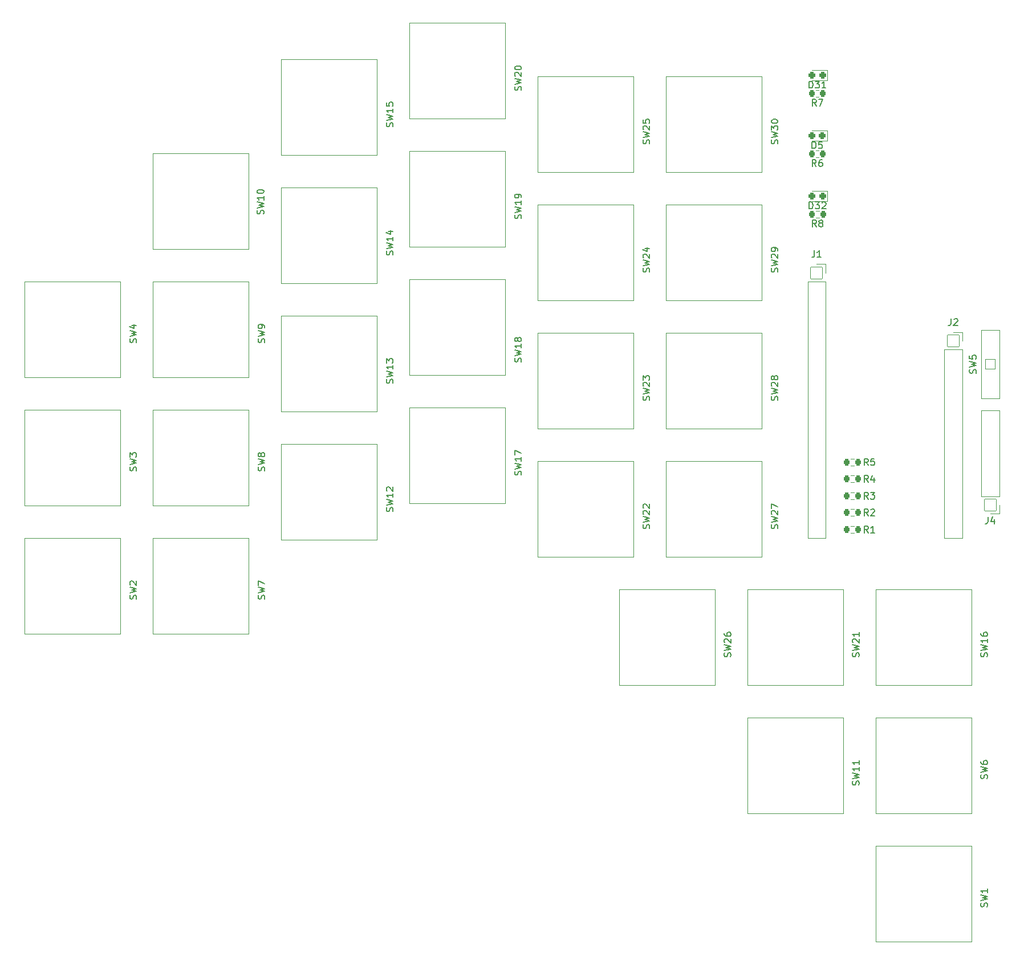
<source format=gto>
G04 #@! TF.GenerationSoftware,KiCad,Pcbnew,8.0.6-8.0.6-0~ubuntu24.04.1*
G04 #@! TF.CreationDate,2025-02-09T13:09:52-05:00*
G04 #@! TF.ProjectId,keybird_left,6b657962-6972-4645-9f6c-6566742e6b69,rev?*
G04 #@! TF.SameCoordinates,Original*
G04 #@! TF.FileFunction,Legend,Top*
G04 #@! TF.FilePolarity,Positive*
%FSLAX46Y46*%
G04 Gerber Fmt 4.6, Leading zero omitted, Abs format (unit mm)*
G04 Created by KiCad (PCBNEW 8.0.6-8.0.6-0~ubuntu24.04.1) date 2025-02-09 13:09:52*
%MOMM*%
%LPD*%
G01*
G04 APERTURE LIST*
G04 Aperture macros list*
%AMRoundRect*
0 Rectangle with rounded corners*
0 $1 Rounding radius*
0 $2 $3 $4 $5 $6 $7 $8 $9 X,Y pos of 4 corners*
0 Add a 4 corners polygon primitive as box body*
4,1,4,$2,$3,$4,$5,$6,$7,$8,$9,$2,$3,0*
0 Add four circle primitives for the rounded corners*
1,1,$1+$1,$2,$3*
1,1,$1+$1,$4,$5*
1,1,$1+$1,$6,$7*
1,1,$1+$1,$8,$9*
0 Add four rect primitives between the rounded corners*
20,1,$1+$1,$2,$3,$4,$5,0*
20,1,$1+$1,$4,$5,$6,$7,0*
20,1,$1+$1,$6,$7,$8,$9,0*
20,1,$1+$1,$8,$9,$2,$3,0*%
G04 Aperture macros list end*
%ADD10C,0.150000*%
%ADD11C,0.120000*%
%ADD12RoundRect,0.038000X-0.850000X-0.850000X0.850000X-0.850000X0.850000X0.850000X-0.850000X0.850000X0*%
%ADD13O,1.776000X1.776000*%
%ADD14C,2.576000*%
%ADD15C,1.826000*%
%ADD16C,3.126000*%
%ADD17C,4.076000*%
%ADD18RoundRect,0.219000X0.219000X0.294000X-0.219000X0.294000X-0.219000X-0.294000X0.219000X-0.294000X0*%
%ADD19RoundRect,0.237750X0.237750X0.275250X-0.237750X0.275250X-0.237750X-0.275250X0.237750X-0.275250X0*%
%ADD20RoundRect,0.038000X0.750000X-0.750000X0.750000X0.750000X-0.750000X0.750000X-0.750000X-0.750000X0*%
%ADD21C,1.676000*%
%ADD22RoundRect,0.038000X0.850000X0.850000X-0.850000X0.850000X-0.850000X-0.850000X0.850000X-0.850000X0*%
G04 APERTURE END LIST*
D10*
X160666666Y-82209819D02*
X160666666Y-82924104D01*
X160666666Y-82924104D02*
X160619047Y-83066961D01*
X160619047Y-83066961D02*
X160523809Y-83162200D01*
X160523809Y-83162200D02*
X160380952Y-83209819D01*
X160380952Y-83209819D02*
X160285714Y-83209819D01*
X161095238Y-82305057D02*
X161142857Y-82257438D01*
X161142857Y-82257438D02*
X161238095Y-82209819D01*
X161238095Y-82209819D02*
X161476190Y-82209819D01*
X161476190Y-82209819D02*
X161571428Y-82257438D01*
X161571428Y-82257438D02*
X161619047Y-82305057D01*
X161619047Y-82305057D02*
X161666666Y-82400295D01*
X161666666Y-82400295D02*
X161666666Y-82495533D01*
X161666666Y-82495533D02*
X161619047Y-82638390D01*
X161619047Y-82638390D02*
X161047619Y-83209819D01*
X161047619Y-83209819D02*
X161666666Y-83209819D01*
X140371666Y-72059819D02*
X140371666Y-72774104D01*
X140371666Y-72774104D02*
X140324047Y-72916961D01*
X140324047Y-72916961D02*
X140228809Y-73012200D01*
X140228809Y-73012200D02*
X140085952Y-73059819D01*
X140085952Y-73059819D02*
X139990714Y-73059819D01*
X141371666Y-73059819D02*
X140800238Y-73059819D01*
X141085952Y-73059819D02*
X141085952Y-72059819D01*
X141085952Y-72059819D02*
X140990714Y-72202676D01*
X140990714Y-72202676D02*
X140895476Y-72297914D01*
X140895476Y-72297914D02*
X140800238Y-72345533D01*
X39657200Y-104785826D02*
X39704819Y-104642969D01*
X39704819Y-104642969D02*
X39704819Y-104404874D01*
X39704819Y-104404874D02*
X39657200Y-104309636D01*
X39657200Y-104309636D02*
X39609580Y-104262017D01*
X39609580Y-104262017D02*
X39514342Y-104214398D01*
X39514342Y-104214398D02*
X39419104Y-104214398D01*
X39419104Y-104214398D02*
X39323866Y-104262017D01*
X39323866Y-104262017D02*
X39276247Y-104309636D01*
X39276247Y-104309636D02*
X39228628Y-104404874D01*
X39228628Y-104404874D02*
X39181009Y-104595350D01*
X39181009Y-104595350D02*
X39133390Y-104690588D01*
X39133390Y-104690588D02*
X39085771Y-104738207D01*
X39085771Y-104738207D02*
X38990533Y-104785826D01*
X38990533Y-104785826D02*
X38895295Y-104785826D01*
X38895295Y-104785826D02*
X38800057Y-104738207D01*
X38800057Y-104738207D02*
X38752438Y-104690588D01*
X38752438Y-104690588D02*
X38704819Y-104595350D01*
X38704819Y-104595350D02*
X38704819Y-104357255D01*
X38704819Y-104357255D02*
X38752438Y-104214398D01*
X38704819Y-103881064D02*
X39704819Y-103642969D01*
X39704819Y-103642969D02*
X38990533Y-103452493D01*
X38990533Y-103452493D02*
X39704819Y-103262017D01*
X39704819Y-103262017D02*
X38704819Y-103023922D01*
X38704819Y-102738207D02*
X38704819Y-102119160D01*
X38704819Y-102119160D02*
X39085771Y-102452493D01*
X39085771Y-102452493D02*
X39085771Y-102309636D01*
X39085771Y-102309636D02*
X39133390Y-102214398D01*
X39133390Y-102214398D02*
X39181009Y-102166779D01*
X39181009Y-102166779D02*
X39276247Y-102119160D01*
X39276247Y-102119160D02*
X39514342Y-102119160D01*
X39514342Y-102119160D02*
X39609580Y-102166779D01*
X39609580Y-102166779D02*
X39657200Y-102214398D01*
X39657200Y-102214398D02*
X39704819Y-102309636D01*
X39704819Y-102309636D02*
X39704819Y-102595350D01*
X39704819Y-102595350D02*
X39657200Y-102690588D01*
X39657200Y-102690588D02*
X39609580Y-102738207D01*
X134907200Y-94308207D02*
X134954819Y-94165350D01*
X134954819Y-94165350D02*
X134954819Y-93927255D01*
X134954819Y-93927255D02*
X134907200Y-93832017D01*
X134907200Y-93832017D02*
X134859580Y-93784398D01*
X134859580Y-93784398D02*
X134764342Y-93736779D01*
X134764342Y-93736779D02*
X134669104Y-93736779D01*
X134669104Y-93736779D02*
X134573866Y-93784398D01*
X134573866Y-93784398D02*
X134526247Y-93832017D01*
X134526247Y-93832017D02*
X134478628Y-93927255D01*
X134478628Y-93927255D02*
X134431009Y-94117731D01*
X134431009Y-94117731D02*
X134383390Y-94212969D01*
X134383390Y-94212969D02*
X134335771Y-94260588D01*
X134335771Y-94260588D02*
X134240533Y-94308207D01*
X134240533Y-94308207D02*
X134145295Y-94308207D01*
X134145295Y-94308207D02*
X134050057Y-94260588D01*
X134050057Y-94260588D02*
X134002438Y-94212969D01*
X134002438Y-94212969D02*
X133954819Y-94117731D01*
X133954819Y-94117731D02*
X133954819Y-93879636D01*
X133954819Y-93879636D02*
X134002438Y-93736779D01*
X133954819Y-93403445D02*
X134954819Y-93165350D01*
X134954819Y-93165350D02*
X134240533Y-92974874D01*
X134240533Y-92974874D02*
X134954819Y-92784398D01*
X134954819Y-92784398D02*
X133954819Y-92546303D01*
X134050057Y-92212969D02*
X134002438Y-92165350D01*
X134002438Y-92165350D02*
X133954819Y-92070112D01*
X133954819Y-92070112D02*
X133954819Y-91832017D01*
X133954819Y-91832017D02*
X134002438Y-91736779D01*
X134002438Y-91736779D02*
X134050057Y-91689160D01*
X134050057Y-91689160D02*
X134145295Y-91641541D01*
X134145295Y-91641541D02*
X134240533Y-91641541D01*
X134240533Y-91641541D02*
X134383390Y-91689160D01*
X134383390Y-91689160D02*
X134954819Y-92260588D01*
X134954819Y-92260588D02*
X134954819Y-91641541D01*
X134383390Y-91070112D02*
X134335771Y-91165350D01*
X134335771Y-91165350D02*
X134288152Y-91212969D01*
X134288152Y-91212969D02*
X134192914Y-91260588D01*
X134192914Y-91260588D02*
X134145295Y-91260588D01*
X134145295Y-91260588D02*
X134050057Y-91212969D01*
X134050057Y-91212969D02*
X134002438Y-91165350D01*
X134002438Y-91165350D02*
X133954819Y-91070112D01*
X133954819Y-91070112D02*
X133954819Y-90879636D01*
X133954819Y-90879636D02*
X134002438Y-90784398D01*
X134002438Y-90784398D02*
X134050057Y-90736779D01*
X134050057Y-90736779D02*
X134145295Y-90689160D01*
X134145295Y-90689160D02*
X134192914Y-90689160D01*
X134192914Y-90689160D02*
X134288152Y-90736779D01*
X134288152Y-90736779D02*
X134335771Y-90784398D01*
X134335771Y-90784398D02*
X134383390Y-90879636D01*
X134383390Y-90879636D02*
X134383390Y-91070112D01*
X134383390Y-91070112D02*
X134431009Y-91165350D01*
X134431009Y-91165350D02*
X134478628Y-91212969D01*
X134478628Y-91212969D02*
X134573866Y-91260588D01*
X134573866Y-91260588D02*
X134764342Y-91260588D01*
X134764342Y-91260588D02*
X134859580Y-91212969D01*
X134859580Y-91212969D02*
X134907200Y-91165350D01*
X134907200Y-91165350D02*
X134954819Y-91070112D01*
X134954819Y-91070112D02*
X134954819Y-90879636D01*
X134954819Y-90879636D02*
X134907200Y-90784398D01*
X134907200Y-90784398D02*
X134859580Y-90736779D01*
X134859580Y-90736779D02*
X134764342Y-90689160D01*
X134764342Y-90689160D02*
X134573866Y-90689160D01*
X134573866Y-90689160D02*
X134478628Y-90736779D01*
X134478628Y-90736779D02*
X134431009Y-90784398D01*
X134431009Y-90784398D02*
X134383390Y-90879636D01*
X58707200Y-85735826D02*
X58754819Y-85592969D01*
X58754819Y-85592969D02*
X58754819Y-85354874D01*
X58754819Y-85354874D02*
X58707200Y-85259636D01*
X58707200Y-85259636D02*
X58659580Y-85212017D01*
X58659580Y-85212017D02*
X58564342Y-85164398D01*
X58564342Y-85164398D02*
X58469104Y-85164398D01*
X58469104Y-85164398D02*
X58373866Y-85212017D01*
X58373866Y-85212017D02*
X58326247Y-85259636D01*
X58326247Y-85259636D02*
X58278628Y-85354874D01*
X58278628Y-85354874D02*
X58231009Y-85545350D01*
X58231009Y-85545350D02*
X58183390Y-85640588D01*
X58183390Y-85640588D02*
X58135771Y-85688207D01*
X58135771Y-85688207D02*
X58040533Y-85735826D01*
X58040533Y-85735826D02*
X57945295Y-85735826D01*
X57945295Y-85735826D02*
X57850057Y-85688207D01*
X57850057Y-85688207D02*
X57802438Y-85640588D01*
X57802438Y-85640588D02*
X57754819Y-85545350D01*
X57754819Y-85545350D02*
X57754819Y-85307255D01*
X57754819Y-85307255D02*
X57802438Y-85164398D01*
X57754819Y-84831064D02*
X58754819Y-84592969D01*
X58754819Y-84592969D02*
X58040533Y-84402493D01*
X58040533Y-84402493D02*
X58754819Y-84212017D01*
X58754819Y-84212017D02*
X57754819Y-83973922D01*
X58754819Y-83545350D02*
X58754819Y-83354874D01*
X58754819Y-83354874D02*
X58707200Y-83259636D01*
X58707200Y-83259636D02*
X58659580Y-83212017D01*
X58659580Y-83212017D02*
X58516723Y-83116779D01*
X58516723Y-83116779D02*
X58326247Y-83069160D01*
X58326247Y-83069160D02*
X57945295Y-83069160D01*
X57945295Y-83069160D02*
X57850057Y-83116779D01*
X57850057Y-83116779D02*
X57802438Y-83164398D01*
X57802438Y-83164398D02*
X57754819Y-83259636D01*
X57754819Y-83259636D02*
X57754819Y-83450112D01*
X57754819Y-83450112D02*
X57802438Y-83545350D01*
X57802438Y-83545350D02*
X57850057Y-83592969D01*
X57850057Y-83592969D02*
X57945295Y-83640588D01*
X57945295Y-83640588D02*
X58183390Y-83640588D01*
X58183390Y-83640588D02*
X58278628Y-83592969D01*
X58278628Y-83592969D02*
X58326247Y-83545350D01*
X58326247Y-83545350D02*
X58373866Y-83450112D01*
X58373866Y-83450112D02*
X58373866Y-83259636D01*
X58373866Y-83259636D02*
X58326247Y-83164398D01*
X58326247Y-83164398D02*
X58278628Y-83116779D01*
X58278628Y-83116779D02*
X58183390Y-83069160D01*
X134907200Y-113358207D02*
X134954819Y-113215350D01*
X134954819Y-113215350D02*
X134954819Y-112977255D01*
X134954819Y-112977255D02*
X134907200Y-112882017D01*
X134907200Y-112882017D02*
X134859580Y-112834398D01*
X134859580Y-112834398D02*
X134764342Y-112786779D01*
X134764342Y-112786779D02*
X134669104Y-112786779D01*
X134669104Y-112786779D02*
X134573866Y-112834398D01*
X134573866Y-112834398D02*
X134526247Y-112882017D01*
X134526247Y-112882017D02*
X134478628Y-112977255D01*
X134478628Y-112977255D02*
X134431009Y-113167731D01*
X134431009Y-113167731D02*
X134383390Y-113262969D01*
X134383390Y-113262969D02*
X134335771Y-113310588D01*
X134335771Y-113310588D02*
X134240533Y-113358207D01*
X134240533Y-113358207D02*
X134145295Y-113358207D01*
X134145295Y-113358207D02*
X134050057Y-113310588D01*
X134050057Y-113310588D02*
X134002438Y-113262969D01*
X134002438Y-113262969D02*
X133954819Y-113167731D01*
X133954819Y-113167731D02*
X133954819Y-112929636D01*
X133954819Y-112929636D02*
X134002438Y-112786779D01*
X133954819Y-112453445D02*
X134954819Y-112215350D01*
X134954819Y-112215350D02*
X134240533Y-112024874D01*
X134240533Y-112024874D02*
X134954819Y-111834398D01*
X134954819Y-111834398D02*
X133954819Y-111596303D01*
X134050057Y-111262969D02*
X134002438Y-111215350D01*
X134002438Y-111215350D02*
X133954819Y-111120112D01*
X133954819Y-111120112D02*
X133954819Y-110882017D01*
X133954819Y-110882017D02*
X134002438Y-110786779D01*
X134002438Y-110786779D02*
X134050057Y-110739160D01*
X134050057Y-110739160D02*
X134145295Y-110691541D01*
X134145295Y-110691541D02*
X134240533Y-110691541D01*
X134240533Y-110691541D02*
X134383390Y-110739160D01*
X134383390Y-110739160D02*
X134954819Y-111310588D01*
X134954819Y-111310588D02*
X134954819Y-110691541D01*
X133954819Y-110358207D02*
X133954819Y-109691541D01*
X133954819Y-109691541D02*
X134954819Y-110120112D01*
X127922200Y-132408207D02*
X127969819Y-132265350D01*
X127969819Y-132265350D02*
X127969819Y-132027255D01*
X127969819Y-132027255D02*
X127922200Y-131932017D01*
X127922200Y-131932017D02*
X127874580Y-131884398D01*
X127874580Y-131884398D02*
X127779342Y-131836779D01*
X127779342Y-131836779D02*
X127684104Y-131836779D01*
X127684104Y-131836779D02*
X127588866Y-131884398D01*
X127588866Y-131884398D02*
X127541247Y-131932017D01*
X127541247Y-131932017D02*
X127493628Y-132027255D01*
X127493628Y-132027255D02*
X127446009Y-132217731D01*
X127446009Y-132217731D02*
X127398390Y-132312969D01*
X127398390Y-132312969D02*
X127350771Y-132360588D01*
X127350771Y-132360588D02*
X127255533Y-132408207D01*
X127255533Y-132408207D02*
X127160295Y-132408207D01*
X127160295Y-132408207D02*
X127065057Y-132360588D01*
X127065057Y-132360588D02*
X127017438Y-132312969D01*
X127017438Y-132312969D02*
X126969819Y-132217731D01*
X126969819Y-132217731D02*
X126969819Y-131979636D01*
X126969819Y-131979636D02*
X127017438Y-131836779D01*
X126969819Y-131503445D02*
X127969819Y-131265350D01*
X127969819Y-131265350D02*
X127255533Y-131074874D01*
X127255533Y-131074874D02*
X127969819Y-130884398D01*
X127969819Y-130884398D02*
X126969819Y-130646303D01*
X127065057Y-130312969D02*
X127017438Y-130265350D01*
X127017438Y-130265350D02*
X126969819Y-130170112D01*
X126969819Y-130170112D02*
X126969819Y-129932017D01*
X126969819Y-129932017D02*
X127017438Y-129836779D01*
X127017438Y-129836779D02*
X127065057Y-129789160D01*
X127065057Y-129789160D02*
X127160295Y-129741541D01*
X127160295Y-129741541D02*
X127255533Y-129741541D01*
X127255533Y-129741541D02*
X127398390Y-129789160D01*
X127398390Y-129789160D02*
X127969819Y-130360588D01*
X127969819Y-130360588D02*
X127969819Y-129741541D01*
X126969819Y-128884398D02*
X126969819Y-129074874D01*
X126969819Y-129074874D02*
X127017438Y-129170112D01*
X127017438Y-129170112D02*
X127065057Y-129217731D01*
X127065057Y-129217731D02*
X127207914Y-129312969D01*
X127207914Y-129312969D02*
X127398390Y-129360588D01*
X127398390Y-129360588D02*
X127779342Y-129360588D01*
X127779342Y-129360588D02*
X127874580Y-129312969D01*
X127874580Y-129312969D02*
X127922200Y-129265350D01*
X127922200Y-129265350D02*
X127969819Y-129170112D01*
X127969819Y-129170112D02*
X127969819Y-128979636D01*
X127969819Y-128979636D02*
X127922200Y-128884398D01*
X127922200Y-128884398D02*
X127874580Y-128836779D01*
X127874580Y-128836779D02*
X127779342Y-128789160D01*
X127779342Y-128789160D02*
X127541247Y-128789160D01*
X127541247Y-128789160D02*
X127446009Y-128836779D01*
X127446009Y-128836779D02*
X127398390Y-128884398D01*
X127398390Y-128884398D02*
X127350771Y-128979636D01*
X127350771Y-128979636D02*
X127350771Y-129170112D01*
X127350771Y-129170112D02*
X127398390Y-129265350D01*
X127398390Y-129265350D02*
X127446009Y-129312969D01*
X127446009Y-129312969D02*
X127541247Y-129360588D01*
X140678333Y-68552819D02*
X140345000Y-68076628D01*
X140106905Y-68552819D02*
X140106905Y-67552819D01*
X140106905Y-67552819D02*
X140487857Y-67552819D01*
X140487857Y-67552819D02*
X140583095Y-67600438D01*
X140583095Y-67600438D02*
X140630714Y-67648057D01*
X140630714Y-67648057D02*
X140678333Y-67743295D01*
X140678333Y-67743295D02*
X140678333Y-67886152D01*
X140678333Y-67886152D02*
X140630714Y-67981390D01*
X140630714Y-67981390D02*
X140583095Y-68029009D01*
X140583095Y-68029009D02*
X140487857Y-68076628D01*
X140487857Y-68076628D02*
X140106905Y-68076628D01*
X141249762Y-67981390D02*
X141154524Y-67933771D01*
X141154524Y-67933771D02*
X141106905Y-67886152D01*
X141106905Y-67886152D02*
X141059286Y-67790914D01*
X141059286Y-67790914D02*
X141059286Y-67743295D01*
X141059286Y-67743295D02*
X141106905Y-67648057D01*
X141106905Y-67648057D02*
X141154524Y-67600438D01*
X141154524Y-67600438D02*
X141249762Y-67552819D01*
X141249762Y-67552819D02*
X141440238Y-67552819D01*
X141440238Y-67552819D02*
X141535476Y-67600438D01*
X141535476Y-67600438D02*
X141583095Y-67648057D01*
X141583095Y-67648057D02*
X141630714Y-67743295D01*
X141630714Y-67743295D02*
X141630714Y-67790914D01*
X141630714Y-67790914D02*
X141583095Y-67886152D01*
X141583095Y-67886152D02*
X141535476Y-67933771D01*
X141535476Y-67933771D02*
X141440238Y-67981390D01*
X141440238Y-67981390D02*
X141249762Y-67981390D01*
X141249762Y-67981390D02*
X141154524Y-68029009D01*
X141154524Y-68029009D02*
X141106905Y-68076628D01*
X141106905Y-68076628D02*
X141059286Y-68171866D01*
X141059286Y-68171866D02*
X141059286Y-68362342D01*
X141059286Y-68362342D02*
X141106905Y-68457580D01*
X141106905Y-68457580D02*
X141154524Y-68505200D01*
X141154524Y-68505200D02*
X141249762Y-68552819D01*
X141249762Y-68552819D02*
X141440238Y-68552819D01*
X141440238Y-68552819D02*
X141535476Y-68505200D01*
X141535476Y-68505200D02*
X141583095Y-68457580D01*
X141583095Y-68457580D02*
X141630714Y-68362342D01*
X141630714Y-68362342D02*
X141630714Y-68171866D01*
X141630714Y-68171866D02*
X141583095Y-68076628D01*
X141583095Y-68076628D02*
X141535476Y-68029009D01*
X141535476Y-68029009D02*
X141440238Y-67981390D01*
X139610714Y-65868819D02*
X139610714Y-64868819D01*
X139610714Y-64868819D02*
X139848809Y-64868819D01*
X139848809Y-64868819D02*
X139991666Y-64916438D01*
X139991666Y-64916438D02*
X140086904Y-65011676D01*
X140086904Y-65011676D02*
X140134523Y-65106914D01*
X140134523Y-65106914D02*
X140182142Y-65297390D01*
X140182142Y-65297390D02*
X140182142Y-65440247D01*
X140182142Y-65440247D02*
X140134523Y-65630723D01*
X140134523Y-65630723D02*
X140086904Y-65725961D01*
X140086904Y-65725961D02*
X139991666Y-65821200D01*
X139991666Y-65821200D02*
X139848809Y-65868819D01*
X139848809Y-65868819D02*
X139610714Y-65868819D01*
X140515476Y-64868819D02*
X141134523Y-64868819D01*
X141134523Y-64868819D02*
X140801190Y-65249771D01*
X140801190Y-65249771D02*
X140944047Y-65249771D01*
X140944047Y-65249771D02*
X141039285Y-65297390D01*
X141039285Y-65297390D02*
X141086904Y-65345009D01*
X141086904Y-65345009D02*
X141134523Y-65440247D01*
X141134523Y-65440247D02*
X141134523Y-65678342D01*
X141134523Y-65678342D02*
X141086904Y-65773580D01*
X141086904Y-65773580D02*
X141039285Y-65821200D01*
X141039285Y-65821200D02*
X140944047Y-65868819D01*
X140944047Y-65868819D02*
X140658333Y-65868819D01*
X140658333Y-65868819D02*
X140563095Y-65821200D01*
X140563095Y-65821200D02*
X140515476Y-65773580D01*
X141515476Y-64964057D02*
X141563095Y-64916438D01*
X141563095Y-64916438D02*
X141658333Y-64868819D01*
X141658333Y-64868819D02*
X141896428Y-64868819D01*
X141896428Y-64868819D02*
X141991666Y-64916438D01*
X141991666Y-64916438D02*
X142039285Y-64964057D01*
X142039285Y-64964057D02*
X142086904Y-65059295D01*
X142086904Y-65059295D02*
X142086904Y-65154533D01*
X142086904Y-65154533D02*
X142039285Y-65297390D01*
X142039285Y-65297390D02*
X141467857Y-65868819D01*
X141467857Y-65868819D02*
X142086904Y-65868819D01*
X96807200Y-88620707D02*
X96854819Y-88477850D01*
X96854819Y-88477850D02*
X96854819Y-88239755D01*
X96854819Y-88239755D02*
X96807200Y-88144517D01*
X96807200Y-88144517D02*
X96759580Y-88096898D01*
X96759580Y-88096898D02*
X96664342Y-88049279D01*
X96664342Y-88049279D02*
X96569104Y-88049279D01*
X96569104Y-88049279D02*
X96473866Y-88096898D01*
X96473866Y-88096898D02*
X96426247Y-88144517D01*
X96426247Y-88144517D02*
X96378628Y-88239755D01*
X96378628Y-88239755D02*
X96331009Y-88430231D01*
X96331009Y-88430231D02*
X96283390Y-88525469D01*
X96283390Y-88525469D02*
X96235771Y-88573088D01*
X96235771Y-88573088D02*
X96140533Y-88620707D01*
X96140533Y-88620707D02*
X96045295Y-88620707D01*
X96045295Y-88620707D02*
X95950057Y-88573088D01*
X95950057Y-88573088D02*
X95902438Y-88525469D01*
X95902438Y-88525469D02*
X95854819Y-88430231D01*
X95854819Y-88430231D02*
X95854819Y-88192136D01*
X95854819Y-88192136D02*
X95902438Y-88049279D01*
X95854819Y-87715945D02*
X96854819Y-87477850D01*
X96854819Y-87477850D02*
X96140533Y-87287374D01*
X96140533Y-87287374D02*
X96854819Y-87096898D01*
X96854819Y-87096898D02*
X95854819Y-86858803D01*
X96854819Y-85954041D02*
X96854819Y-86525469D01*
X96854819Y-86239755D02*
X95854819Y-86239755D01*
X95854819Y-86239755D02*
X95997676Y-86334993D01*
X95997676Y-86334993D02*
X96092914Y-86430231D01*
X96092914Y-86430231D02*
X96140533Y-86525469D01*
X96283390Y-85382612D02*
X96235771Y-85477850D01*
X96235771Y-85477850D02*
X96188152Y-85525469D01*
X96188152Y-85525469D02*
X96092914Y-85573088D01*
X96092914Y-85573088D02*
X96045295Y-85573088D01*
X96045295Y-85573088D02*
X95950057Y-85525469D01*
X95950057Y-85525469D02*
X95902438Y-85477850D01*
X95902438Y-85477850D02*
X95854819Y-85382612D01*
X95854819Y-85382612D02*
X95854819Y-85192136D01*
X95854819Y-85192136D02*
X95902438Y-85096898D01*
X95902438Y-85096898D02*
X95950057Y-85049279D01*
X95950057Y-85049279D02*
X96045295Y-85001660D01*
X96045295Y-85001660D02*
X96092914Y-85001660D01*
X96092914Y-85001660D02*
X96188152Y-85049279D01*
X96188152Y-85049279D02*
X96235771Y-85096898D01*
X96235771Y-85096898D02*
X96283390Y-85192136D01*
X96283390Y-85192136D02*
X96283390Y-85382612D01*
X96283390Y-85382612D02*
X96331009Y-85477850D01*
X96331009Y-85477850D02*
X96378628Y-85525469D01*
X96378628Y-85525469D02*
X96473866Y-85573088D01*
X96473866Y-85573088D02*
X96664342Y-85573088D01*
X96664342Y-85573088D02*
X96759580Y-85525469D01*
X96759580Y-85525469D02*
X96807200Y-85477850D01*
X96807200Y-85477850D02*
X96854819Y-85382612D01*
X96854819Y-85382612D02*
X96854819Y-85192136D01*
X96854819Y-85192136D02*
X96807200Y-85096898D01*
X96807200Y-85096898D02*
X96759580Y-85049279D01*
X96759580Y-85049279D02*
X96664342Y-85001660D01*
X96664342Y-85001660D02*
X96473866Y-85001660D01*
X96473866Y-85001660D02*
X96378628Y-85049279D01*
X96378628Y-85049279D02*
X96331009Y-85096898D01*
X96331009Y-85096898D02*
X96283390Y-85192136D01*
X140046905Y-56900819D02*
X140046905Y-55900819D01*
X140046905Y-55900819D02*
X140285000Y-55900819D01*
X140285000Y-55900819D02*
X140427857Y-55948438D01*
X140427857Y-55948438D02*
X140523095Y-56043676D01*
X140523095Y-56043676D02*
X140570714Y-56138914D01*
X140570714Y-56138914D02*
X140618333Y-56329390D01*
X140618333Y-56329390D02*
X140618333Y-56472247D01*
X140618333Y-56472247D02*
X140570714Y-56662723D01*
X140570714Y-56662723D02*
X140523095Y-56757961D01*
X140523095Y-56757961D02*
X140427857Y-56853200D01*
X140427857Y-56853200D02*
X140285000Y-56900819D01*
X140285000Y-56900819D02*
X140046905Y-56900819D01*
X141523095Y-55900819D02*
X141046905Y-55900819D01*
X141046905Y-55900819D02*
X140999286Y-56377009D01*
X140999286Y-56377009D02*
X141046905Y-56329390D01*
X141046905Y-56329390D02*
X141142143Y-56281771D01*
X141142143Y-56281771D02*
X141380238Y-56281771D01*
X141380238Y-56281771D02*
X141475476Y-56329390D01*
X141475476Y-56329390D02*
X141523095Y-56377009D01*
X141523095Y-56377009D02*
X141570714Y-56472247D01*
X141570714Y-56472247D02*
X141570714Y-56710342D01*
X141570714Y-56710342D02*
X141523095Y-56805580D01*
X141523095Y-56805580D02*
X141475476Y-56853200D01*
X141475476Y-56853200D02*
X141380238Y-56900819D01*
X141380238Y-56900819D02*
X141142143Y-56900819D01*
X141142143Y-56900819D02*
X141046905Y-56853200D01*
X141046905Y-56853200D02*
X140999286Y-56805580D01*
X115857200Y-113358207D02*
X115904819Y-113215350D01*
X115904819Y-113215350D02*
X115904819Y-112977255D01*
X115904819Y-112977255D02*
X115857200Y-112882017D01*
X115857200Y-112882017D02*
X115809580Y-112834398D01*
X115809580Y-112834398D02*
X115714342Y-112786779D01*
X115714342Y-112786779D02*
X115619104Y-112786779D01*
X115619104Y-112786779D02*
X115523866Y-112834398D01*
X115523866Y-112834398D02*
X115476247Y-112882017D01*
X115476247Y-112882017D02*
X115428628Y-112977255D01*
X115428628Y-112977255D02*
X115381009Y-113167731D01*
X115381009Y-113167731D02*
X115333390Y-113262969D01*
X115333390Y-113262969D02*
X115285771Y-113310588D01*
X115285771Y-113310588D02*
X115190533Y-113358207D01*
X115190533Y-113358207D02*
X115095295Y-113358207D01*
X115095295Y-113358207D02*
X115000057Y-113310588D01*
X115000057Y-113310588D02*
X114952438Y-113262969D01*
X114952438Y-113262969D02*
X114904819Y-113167731D01*
X114904819Y-113167731D02*
X114904819Y-112929636D01*
X114904819Y-112929636D02*
X114952438Y-112786779D01*
X114904819Y-112453445D02*
X115904819Y-112215350D01*
X115904819Y-112215350D02*
X115190533Y-112024874D01*
X115190533Y-112024874D02*
X115904819Y-111834398D01*
X115904819Y-111834398D02*
X114904819Y-111596303D01*
X115000057Y-111262969D02*
X114952438Y-111215350D01*
X114952438Y-111215350D02*
X114904819Y-111120112D01*
X114904819Y-111120112D02*
X114904819Y-110882017D01*
X114904819Y-110882017D02*
X114952438Y-110786779D01*
X114952438Y-110786779D02*
X115000057Y-110739160D01*
X115000057Y-110739160D02*
X115095295Y-110691541D01*
X115095295Y-110691541D02*
X115190533Y-110691541D01*
X115190533Y-110691541D02*
X115333390Y-110739160D01*
X115333390Y-110739160D02*
X115904819Y-111310588D01*
X115904819Y-111310588D02*
X115904819Y-110691541D01*
X115000057Y-110310588D02*
X114952438Y-110262969D01*
X114952438Y-110262969D02*
X114904819Y-110167731D01*
X114904819Y-110167731D02*
X114904819Y-109929636D01*
X114904819Y-109929636D02*
X114952438Y-109834398D01*
X114952438Y-109834398D02*
X115000057Y-109786779D01*
X115000057Y-109786779D02*
X115095295Y-109739160D01*
X115095295Y-109739160D02*
X115190533Y-109739160D01*
X115190533Y-109739160D02*
X115333390Y-109786779D01*
X115333390Y-109786779D02*
X115904819Y-110358207D01*
X115904819Y-110358207D02*
X115904819Y-109739160D01*
X77757200Y-110818207D02*
X77804819Y-110675350D01*
X77804819Y-110675350D02*
X77804819Y-110437255D01*
X77804819Y-110437255D02*
X77757200Y-110342017D01*
X77757200Y-110342017D02*
X77709580Y-110294398D01*
X77709580Y-110294398D02*
X77614342Y-110246779D01*
X77614342Y-110246779D02*
X77519104Y-110246779D01*
X77519104Y-110246779D02*
X77423866Y-110294398D01*
X77423866Y-110294398D02*
X77376247Y-110342017D01*
X77376247Y-110342017D02*
X77328628Y-110437255D01*
X77328628Y-110437255D02*
X77281009Y-110627731D01*
X77281009Y-110627731D02*
X77233390Y-110722969D01*
X77233390Y-110722969D02*
X77185771Y-110770588D01*
X77185771Y-110770588D02*
X77090533Y-110818207D01*
X77090533Y-110818207D02*
X76995295Y-110818207D01*
X76995295Y-110818207D02*
X76900057Y-110770588D01*
X76900057Y-110770588D02*
X76852438Y-110722969D01*
X76852438Y-110722969D02*
X76804819Y-110627731D01*
X76804819Y-110627731D02*
X76804819Y-110389636D01*
X76804819Y-110389636D02*
X76852438Y-110246779D01*
X76804819Y-109913445D02*
X77804819Y-109675350D01*
X77804819Y-109675350D02*
X77090533Y-109484874D01*
X77090533Y-109484874D02*
X77804819Y-109294398D01*
X77804819Y-109294398D02*
X76804819Y-109056303D01*
X77804819Y-108151541D02*
X77804819Y-108722969D01*
X77804819Y-108437255D02*
X76804819Y-108437255D01*
X76804819Y-108437255D02*
X76947676Y-108532493D01*
X76947676Y-108532493D02*
X77042914Y-108627731D01*
X77042914Y-108627731D02*
X77090533Y-108722969D01*
X76900057Y-107770588D02*
X76852438Y-107722969D01*
X76852438Y-107722969D02*
X76804819Y-107627731D01*
X76804819Y-107627731D02*
X76804819Y-107389636D01*
X76804819Y-107389636D02*
X76852438Y-107294398D01*
X76852438Y-107294398D02*
X76900057Y-107246779D01*
X76900057Y-107246779D02*
X76995295Y-107199160D01*
X76995295Y-107199160D02*
X77090533Y-107199160D01*
X77090533Y-107199160D02*
X77233390Y-107246779D01*
X77233390Y-107246779D02*
X77804819Y-107818207D01*
X77804819Y-107818207D02*
X77804819Y-107199160D01*
X115857200Y-75258207D02*
X115904819Y-75115350D01*
X115904819Y-75115350D02*
X115904819Y-74877255D01*
X115904819Y-74877255D02*
X115857200Y-74782017D01*
X115857200Y-74782017D02*
X115809580Y-74734398D01*
X115809580Y-74734398D02*
X115714342Y-74686779D01*
X115714342Y-74686779D02*
X115619104Y-74686779D01*
X115619104Y-74686779D02*
X115523866Y-74734398D01*
X115523866Y-74734398D02*
X115476247Y-74782017D01*
X115476247Y-74782017D02*
X115428628Y-74877255D01*
X115428628Y-74877255D02*
X115381009Y-75067731D01*
X115381009Y-75067731D02*
X115333390Y-75162969D01*
X115333390Y-75162969D02*
X115285771Y-75210588D01*
X115285771Y-75210588D02*
X115190533Y-75258207D01*
X115190533Y-75258207D02*
X115095295Y-75258207D01*
X115095295Y-75258207D02*
X115000057Y-75210588D01*
X115000057Y-75210588D02*
X114952438Y-75162969D01*
X114952438Y-75162969D02*
X114904819Y-75067731D01*
X114904819Y-75067731D02*
X114904819Y-74829636D01*
X114904819Y-74829636D02*
X114952438Y-74686779D01*
X114904819Y-74353445D02*
X115904819Y-74115350D01*
X115904819Y-74115350D02*
X115190533Y-73924874D01*
X115190533Y-73924874D02*
X115904819Y-73734398D01*
X115904819Y-73734398D02*
X114904819Y-73496303D01*
X115000057Y-73162969D02*
X114952438Y-73115350D01*
X114952438Y-73115350D02*
X114904819Y-73020112D01*
X114904819Y-73020112D02*
X114904819Y-72782017D01*
X114904819Y-72782017D02*
X114952438Y-72686779D01*
X114952438Y-72686779D02*
X115000057Y-72639160D01*
X115000057Y-72639160D02*
X115095295Y-72591541D01*
X115095295Y-72591541D02*
X115190533Y-72591541D01*
X115190533Y-72591541D02*
X115333390Y-72639160D01*
X115333390Y-72639160D02*
X115904819Y-73210588D01*
X115904819Y-73210588D02*
X115904819Y-72591541D01*
X115238152Y-71734398D02*
X115904819Y-71734398D01*
X114857200Y-71972493D02*
X115571485Y-72210588D01*
X115571485Y-72210588D02*
X115571485Y-71591541D01*
X148373333Y-108987819D02*
X148040000Y-108511628D01*
X147801905Y-108987819D02*
X147801905Y-107987819D01*
X147801905Y-107987819D02*
X148182857Y-107987819D01*
X148182857Y-107987819D02*
X148278095Y-108035438D01*
X148278095Y-108035438D02*
X148325714Y-108083057D01*
X148325714Y-108083057D02*
X148373333Y-108178295D01*
X148373333Y-108178295D02*
X148373333Y-108321152D01*
X148373333Y-108321152D02*
X148325714Y-108416390D01*
X148325714Y-108416390D02*
X148278095Y-108464009D01*
X148278095Y-108464009D02*
X148182857Y-108511628D01*
X148182857Y-108511628D02*
X147801905Y-108511628D01*
X148706667Y-107987819D02*
X149325714Y-107987819D01*
X149325714Y-107987819D02*
X148992381Y-108368771D01*
X148992381Y-108368771D02*
X149135238Y-108368771D01*
X149135238Y-108368771D02*
X149230476Y-108416390D01*
X149230476Y-108416390D02*
X149278095Y-108464009D01*
X149278095Y-108464009D02*
X149325714Y-108559247D01*
X149325714Y-108559247D02*
X149325714Y-108797342D01*
X149325714Y-108797342D02*
X149278095Y-108892580D01*
X149278095Y-108892580D02*
X149230476Y-108940200D01*
X149230476Y-108940200D02*
X149135238Y-108987819D01*
X149135238Y-108987819D02*
X148849524Y-108987819D01*
X148849524Y-108987819D02*
X148754286Y-108940200D01*
X148754286Y-108940200D02*
X148706667Y-108892580D01*
X77757200Y-91768207D02*
X77804819Y-91625350D01*
X77804819Y-91625350D02*
X77804819Y-91387255D01*
X77804819Y-91387255D02*
X77757200Y-91292017D01*
X77757200Y-91292017D02*
X77709580Y-91244398D01*
X77709580Y-91244398D02*
X77614342Y-91196779D01*
X77614342Y-91196779D02*
X77519104Y-91196779D01*
X77519104Y-91196779D02*
X77423866Y-91244398D01*
X77423866Y-91244398D02*
X77376247Y-91292017D01*
X77376247Y-91292017D02*
X77328628Y-91387255D01*
X77328628Y-91387255D02*
X77281009Y-91577731D01*
X77281009Y-91577731D02*
X77233390Y-91672969D01*
X77233390Y-91672969D02*
X77185771Y-91720588D01*
X77185771Y-91720588D02*
X77090533Y-91768207D01*
X77090533Y-91768207D02*
X76995295Y-91768207D01*
X76995295Y-91768207D02*
X76900057Y-91720588D01*
X76900057Y-91720588D02*
X76852438Y-91672969D01*
X76852438Y-91672969D02*
X76804819Y-91577731D01*
X76804819Y-91577731D02*
X76804819Y-91339636D01*
X76804819Y-91339636D02*
X76852438Y-91196779D01*
X76804819Y-90863445D02*
X77804819Y-90625350D01*
X77804819Y-90625350D02*
X77090533Y-90434874D01*
X77090533Y-90434874D02*
X77804819Y-90244398D01*
X77804819Y-90244398D02*
X76804819Y-90006303D01*
X77804819Y-89101541D02*
X77804819Y-89672969D01*
X77804819Y-89387255D02*
X76804819Y-89387255D01*
X76804819Y-89387255D02*
X76947676Y-89482493D01*
X76947676Y-89482493D02*
X77042914Y-89577731D01*
X77042914Y-89577731D02*
X77090533Y-89672969D01*
X76804819Y-88768207D02*
X76804819Y-88149160D01*
X76804819Y-88149160D02*
X77185771Y-88482493D01*
X77185771Y-88482493D02*
X77185771Y-88339636D01*
X77185771Y-88339636D02*
X77233390Y-88244398D01*
X77233390Y-88244398D02*
X77281009Y-88196779D01*
X77281009Y-88196779D02*
X77376247Y-88149160D01*
X77376247Y-88149160D02*
X77614342Y-88149160D01*
X77614342Y-88149160D02*
X77709580Y-88196779D01*
X77709580Y-88196779D02*
X77757200Y-88244398D01*
X77757200Y-88244398D02*
X77804819Y-88339636D01*
X77804819Y-88339636D02*
X77804819Y-88625350D01*
X77804819Y-88625350D02*
X77757200Y-88720588D01*
X77757200Y-88720588D02*
X77709580Y-88768207D01*
X96807200Y-48270707D02*
X96854819Y-48127850D01*
X96854819Y-48127850D02*
X96854819Y-47889755D01*
X96854819Y-47889755D02*
X96807200Y-47794517D01*
X96807200Y-47794517D02*
X96759580Y-47746898D01*
X96759580Y-47746898D02*
X96664342Y-47699279D01*
X96664342Y-47699279D02*
X96569104Y-47699279D01*
X96569104Y-47699279D02*
X96473866Y-47746898D01*
X96473866Y-47746898D02*
X96426247Y-47794517D01*
X96426247Y-47794517D02*
X96378628Y-47889755D01*
X96378628Y-47889755D02*
X96331009Y-48080231D01*
X96331009Y-48080231D02*
X96283390Y-48175469D01*
X96283390Y-48175469D02*
X96235771Y-48223088D01*
X96235771Y-48223088D02*
X96140533Y-48270707D01*
X96140533Y-48270707D02*
X96045295Y-48270707D01*
X96045295Y-48270707D02*
X95950057Y-48223088D01*
X95950057Y-48223088D02*
X95902438Y-48175469D01*
X95902438Y-48175469D02*
X95854819Y-48080231D01*
X95854819Y-48080231D02*
X95854819Y-47842136D01*
X95854819Y-47842136D02*
X95902438Y-47699279D01*
X95854819Y-47365945D02*
X96854819Y-47127850D01*
X96854819Y-47127850D02*
X96140533Y-46937374D01*
X96140533Y-46937374D02*
X96854819Y-46746898D01*
X96854819Y-46746898D02*
X95854819Y-46508803D01*
X95950057Y-46175469D02*
X95902438Y-46127850D01*
X95902438Y-46127850D02*
X95854819Y-46032612D01*
X95854819Y-46032612D02*
X95854819Y-45794517D01*
X95854819Y-45794517D02*
X95902438Y-45699279D01*
X95902438Y-45699279D02*
X95950057Y-45651660D01*
X95950057Y-45651660D02*
X96045295Y-45604041D01*
X96045295Y-45604041D02*
X96140533Y-45604041D01*
X96140533Y-45604041D02*
X96283390Y-45651660D01*
X96283390Y-45651660D02*
X96854819Y-46223088D01*
X96854819Y-46223088D02*
X96854819Y-45604041D01*
X95854819Y-44984993D02*
X95854819Y-44889755D01*
X95854819Y-44889755D02*
X95902438Y-44794517D01*
X95902438Y-44794517D02*
X95950057Y-44746898D01*
X95950057Y-44746898D02*
X96045295Y-44699279D01*
X96045295Y-44699279D02*
X96235771Y-44651660D01*
X96235771Y-44651660D02*
X96473866Y-44651660D01*
X96473866Y-44651660D02*
X96664342Y-44699279D01*
X96664342Y-44699279D02*
X96759580Y-44746898D01*
X96759580Y-44746898D02*
X96807200Y-44794517D01*
X96807200Y-44794517D02*
X96854819Y-44889755D01*
X96854819Y-44889755D02*
X96854819Y-44984993D01*
X96854819Y-44984993D02*
X96807200Y-45080231D01*
X96807200Y-45080231D02*
X96759580Y-45127850D01*
X96759580Y-45127850D02*
X96664342Y-45175469D01*
X96664342Y-45175469D02*
X96473866Y-45223088D01*
X96473866Y-45223088D02*
X96235771Y-45223088D01*
X96235771Y-45223088D02*
X96045295Y-45175469D01*
X96045295Y-45175469D02*
X95950057Y-45127850D01*
X95950057Y-45127850D02*
X95902438Y-45080231D01*
X95902438Y-45080231D02*
X95854819Y-44984993D01*
X134907200Y-75258207D02*
X134954819Y-75115350D01*
X134954819Y-75115350D02*
X134954819Y-74877255D01*
X134954819Y-74877255D02*
X134907200Y-74782017D01*
X134907200Y-74782017D02*
X134859580Y-74734398D01*
X134859580Y-74734398D02*
X134764342Y-74686779D01*
X134764342Y-74686779D02*
X134669104Y-74686779D01*
X134669104Y-74686779D02*
X134573866Y-74734398D01*
X134573866Y-74734398D02*
X134526247Y-74782017D01*
X134526247Y-74782017D02*
X134478628Y-74877255D01*
X134478628Y-74877255D02*
X134431009Y-75067731D01*
X134431009Y-75067731D02*
X134383390Y-75162969D01*
X134383390Y-75162969D02*
X134335771Y-75210588D01*
X134335771Y-75210588D02*
X134240533Y-75258207D01*
X134240533Y-75258207D02*
X134145295Y-75258207D01*
X134145295Y-75258207D02*
X134050057Y-75210588D01*
X134050057Y-75210588D02*
X134002438Y-75162969D01*
X134002438Y-75162969D02*
X133954819Y-75067731D01*
X133954819Y-75067731D02*
X133954819Y-74829636D01*
X133954819Y-74829636D02*
X134002438Y-74686779D01*
X133954819Y-74353445D02*
X134954819Y-74115350D01*
X134954819Y-74115350D02*
X134240533Y-73924874D01*
X134240533Y-73924874D02*
X134954819Y-73734398D01*
X134954819Y-73734398D02*
X133954819Y-73496303D01*
X134050057Y-73162969D02*
X134002438Y-73115350D01*
X134002438Y-73115350D02*
X133954819Y-73020112D01*
X133954819Y-73020112D02*
X133954819Y-72782017D01*
X133954819Y-72782017D02*
X134002438Y-72686779D01*
X134002438Y-72686779D02*
X134050057Y-72639160D01*
X134050057Y-72639160D02*
X134145295Y-72591541D01*
X134145295Y-72591541D02*
X134240533Y-72591541D01*
X134240533Y-72591541D02*
X134383390Y-72639160D01*
X134383390Y-72639160D02*
X134954819Y-73210588D01*
X134954819Y-73210588D02*
X134954819Y-72591541D01*
X134954819Y-72115350D02*
X134954819Y-71924874D01*
X134954819Y-71924874D02*
X134907200Y-71829636D01*
X134907200Y-71829636D02*
X134859580Y-71782017D01*
X134859580Y-71782017D02*
X134716723Y-71686779D01*
X134716723Y-71686779D02*
X134526247Y-71639160D01*
X134526247Y-71639160D02*
X134145295Y-71639160D01*
X134145295Y-71639160D02*
X134050057Y-71686779D01*
X134050057Y-71686779D02*
X134002438Y-71734398D01*
X134002438Y-71734398D02*
X133954819Y-71829636D01*
X133954819Y-71829636D02*
X133954819Y-72020112D01*
X133954819Y-72020112D02*
X134002438Y-72115350D01*
X134002438Y-72115350D02*
X134050057Y-72162969D01*
X134050057Y-72162969D02*
X134145295Y-72210588D01*
X134145295Y-72210588D02*
X134383390Y-72210588D01*
X134383390Y-72210588D02*
X134478628Y-72162969D01*
X134478628Y-72162969D02*
X134526247Y-72115350D01*
X134526247Y-72115350D02*
X134573866Y-72020112D01*
X134573866Y-72020112D02*
X134573866Y-71829636D01*
X134573866Y-71829636D02*
X134526247Y-71734398D01*
X134526247Y-71734398D02*
X134478628Y-71686779D01*
X134478628Y-71686779D02*
X134383390Y-71639160D01*
X58554987Y-66632785D02*
X58602606Y-66489928D01*
X58602606Y-66489928D02*
X58602606Y-66251833D01*
X58602606Y-66251833D02*
X58554987Y-66156595D01*
X58554987Y-66156595D02*
X58507367Y-66108976D01*
X58507367Y-66108976D02*
X58412129Y-66061357D01*
X58412129Y-66061357D02*
X58316891Y-66061357D01*
X58316891Y-66061357D02*
X58221653Y-66108976D01*
X58221653Y-66108976D02*
X58174034Y-66156595D01*
X58174034Y-66156595D02*
X58126415Y-66251833D01*
X58126415Y-66251833D02*
X58078796Y-66442309D01*
X58078796Y-66442309D02*
X58031177Y-66537547D01*
X58031177Y-66537547D02*
X57983558Y-66585166D01*
X57983558Y-66585166D02*
X57888320Y-66632785D01*
X57888320Y-66632785D02*
X57793082Y-66632785D01*
X57793082Y-66632785D02*
X57697844Y-66585166D01*
X57697844Y-66585166D02*
X57650225Y-66537547D01*
X57650225Y-66537547D02*
X57602606Y-66442309D01*
X57602606Y-66442309D02*
X57602606Y-66204214D01*
X57602606Y-66204214D02*
X57650225Y-66061357D01*
X57602606Y-65728023D02*
X58602606Y-65489928D01*
X58602606Y-65489928D02*
X57888320Y-65299452D01*
X57888320Y-65299452D02*
X58602606Y-65108976D01*
X58602606Y-65108976D02*
X57602606Y-64870881D01*
X58602606Y-63966119D02*
X58602606Y-64537547D01*
X58602606Y-64251833D02*
X57602606Y-64251833D01*
X57602606Y-64251833D02*
X57745463Y-64347071D01*
X57745463Y-64347071D02*
X57840701Y-64442309D01*
X57840701Y-64442309D02*
X57888320Y-64537547D01*
X57602606Y-63347071D02*
X57602606Y-63251833D01*
X57602606Y-63251833D02*
X57650225Y-63156595D01*
X57650225Y-63156595D02*
X57697844Y-63108976D01*
X57697844Y-63108976D02*
X57793082Y-63061357D01*
X57793082Y-63061357D02*
X57983558Y-63013738D01*
X57983558Y-63013738D02*
X58221653Y-63013738D01*
X58221653Y-63013738D02*
X58412129Y-63061357D01*
X58412129Y-63061357D02*
X58507367Y-63108976D01*
X58507367Y-63108976D02*
X58554987Y-63156595D01*
X58554987Y-63156595D02*
X58602606Y-63251833D01*
X58602606Y-63251833D02*
X58602606Y-63347071D01*
X58602606Y-63347071D02*
X58554987Y-63442309D01*
X58554987Y-63442309D02*
X58507367Y-63489928D01*
X58507367Y-63489928D02*
X58412129Y-63537547D01*
X58412129Y-63537547D02*
X58221653Y-63585166D01*
X58221653Y-63585166D02*
X57983558Y-63585166D01*
X57983558Y-63585166D02*
X57793082Y-63537547D01*
X57793082Y-63537547D02*
X57697844Y-63489928D01*
X57697844Y-63489928D02*
X57650225Y-63442309D01*
X57650225Y-63442309D02*
X57602606Y-63347071D01*
X140638333Y-59584819D02*
X140305000Y-59108628D01*
X140066905Y-59584819D02*
X140066905Y-58584819D01*
X140066905Y-58584819D02*
X140447857Y-58584819D01*
X140447857Y-58584819D02*
X140543095Y-58632438D01*
X140543095Y-58632438D02*
X140590714Y-58680057D01*
X140590714Y-58680057D02*
X140638333Y-58775295D01*
X140638333Y-58775295D02*
X140638333Y-58918152D01*
X140638333Y-58918152D02*
X140590714Y-59013390D01*
X140590714Y-59013390D02*
X140543095Y-59061009D01*
X140543095Y-59061009D02*
X140447857Y-59108628D01*
X140447857Y-59108628D02*
X140066905Y-59108628D01*
X141495476Y-58584819D02*
X141305000Y-58584819D01*
X141305000Y-58584819D02*
X141209762Y-58632438D01*
X141209762Y-58632438D02*
X141162143Y-58680057D01*
X141162143Y-58680057D02*
X141066905Y-58822914D01*
X141066905Y-58822914D02*
X141019286Y-59013390D01*
X141019286Y-59013390D02*
X141019286Y-59394342D01*
X141019286Y-59394342D02*
X141066905Y-59489580D01*
X141066905Y-59489580D02*
X141114524Y-59537200D01*
X141114524Y-59537200D02*
X141209762Y-59584819D01*
X141209762Y-59584819D02*
X141400238Y-59584819D01*
X141400238Y-59584819D02*
X141495476Y-59537200D01*
X141495476Y-59537200D02*
X141543095Y-59489580D01*
X141543095Y-59489580D02*
X141590714Y-59394342D01*
X141590714Y-59394342D02*
X141590714Y-59156247D01*
X141590714Y-59156247D02*
X141543095Y-59061009D01*
X141543095Y-59061009D02*
X141495476Y-59013390D01*
X141495476Y-59013390D02*
X141400238Y-58965771D01*
X141400238Y-58965771D02*
X141209762Y-58965771D01*
X141209762Y-58965771D02*
X141114524Y-59013390D01*
X141114524Y-59013390D02*
X141066905Y-59061009D01*
X141066905Y-59061009D02*
X141019286Y-59156247D01*
X39657200Y-85735826D02*
X39704819Y-85592969D01*
X39704819Y-85592969D02*
X39704819Y-85354874D01*
X39704819Y-85354874D02*
X39657200Y-85259636D01*
X39657200Y-85259636D02*
X39609580Y-85212017D01*
X39609580Y-85212017D02*
X39514342Y-85164398D01*
X39514342Y-85164398D02*
X39419104Y-85164398D01*
X39419104Y-85164398D02*
X39323866Y-85212017D01*
X39323866Y-85212017D02*
X39276247Y-85259636D01*
X39276247Y-85259636D02*
X39228628Y-85354874D01*
X39228628Y-85354874D02*
X39181009Y-85545350D01*
X39181009Y-85545350D02*
X39133390Y-85640588D01*
X39133390Y-85640588D02*
X39085771Y-85688207D01*
X39085771Y-85688207D02*
X38990533Y-85735826D01*
X38990533Y-85735826D02*
X38895295Y-85735826D01*
X38895295Y-85735826D02*
X38800057Y-85688207D01*
X38800057Y-85688207D02*
X38752438Y-85640588D01*
X38752438Y-85640588D02*
X38704819Y-85545350D01*
X38704819Y-85545350D02*
X38704819Y-85307255D01*
X38704819Y-85307255D02*
X38752438Y-85164398D01*
X38704819Y-84831064D02*
X39704819Y-84592969D01*
X39704819Y-84592969D02*
X38990533Y-84402493D01*
X38990533Y-84402493D02*
X39704819Y-84212017D01*
X39704819Y-84212017D02*
X38704819Y-83973922D01*
X39038152Y-83164398D02*
X39704819Y-83164398D01*
X38657200Y-83402493D02*
X39371485Y-83640588D01*
X39371485Y-83640588D02*
X39371485Y-83021541D01*
X146972200Y-151458207D02*
X147019819Y-151315350D01*
X147019819Y-151315350D02*
X147019819Y-151077255D01*
X147019819Y-151077255D02*
X146972200Y-150982017D01*
X146972200Y-150982017D02*
X146924580Y-150934398D01*
X146924580Y-150934398D02*
X146829342Y-150886779D01*
X146829342Y-150886779D02*
X146734104Y-150886779D01*
X146734104Y-150886779D02*
X146638866Y-150934398D01*
X146638866Y-150934398D02*
X146591247Y-150982017D01*
X146591247Y-150982017D02*
X146543628Y-151077255D01*
X146543628Y-151077255D02*
X146496009Y-151267731D01*
X146496009Y-151267731D02*
X146448390Y-151362969D01*
X146448390Y-151362969D02*
X146400771Y-151410588D01*
X146400771Y-151410588D02*
X146305533Y-151458207D01*
X146305533Y-151458207D02*
X146210295Y-151458207D01*
X146210295Y-151458207D02*
X146115057Y-151410588D01*
X146115057Y-151410588D02*
X146067438Y-151362969D01*
X146067438Y-151362969D02*
X146019819Y-151267731D01*
X146019819Y-151267731D02*
X146019819Y-151029636D01*
X146019819Y-151029636D02*
X146067438Y-150886779D01*
X146019819Y-150553445D02*
X147019819Y-150315350D01*
X147019819Y-150315350D02*
X146305533Y-150124874D01*
X146305533Y-150124874D02*
X147019819Y-149934398D01*
X147019819Y-149934398D02*
X146019819Y-149696303D01*
X147019819Y-148791541D02*
X147019819Y-149362969D01*
X147019819Y-149077255D02*
X146019819Y-149077255D01*
X146019819Y-149077255D02*
X146162676Y-149172493D01*
X146162676Y-149172493D02*
X146257914Y-149267731D01*
X146257914Y-149267731D02*
X146305533Y-149362969D01*
X147019819Y-147839160D02*
X147019819Y-148410588D01*
X147019819Y-148124874D02*
X146019819Y-148124874D01*
X146019819Y-148124874D02*
X146162676Y-148220112D01*
X146162676Y-148220112D02*
X146257914Y-148315350D01*
X146257914Y-148315350D02*
X146305533Y-148410588D01*
X58707200Y-123835826D02*
X58754819Y-123692969D01*
X58754819Y-123692969D02*
X58754819Y-123454874D01*
X58754819Y-123454874D02*
X58707200Y-123359636D01*
X58707200Y-123359636D02*
X58659580Y-123312017D01*
X58659580Y-123312017D02*
X58564342Y-123264398D01*
X58564342Y-123264398D02*
X58469104Y-123264398D01*
X58469104Y-123264398D02*
X58373866Y-123312017D01*
X58373866Y-123312017D02*
X58326247Y-123359636D01*
X58326247Y-123359636D02*
X58278628Y-123454874D01*
X58278628Y-123454874D02*
X58231009Y-123645350D01*
X58231009Y-123645350D02*
X58183390Y-123740588D01*
X58183390Y-123740588D02*
X58135771Y-123788207D01*
X58135771Y-123788207D02*
X58040533Y-123835826D01*
X58040533Y-123835826D02*
X57945295Y-123835826D01*
X57945295Y-123835826D02*
X57850057Y-123788207D01*
X57850057Y-123788207D02*
X57802438Y-123740588D01*
X57802438Y-123740588D02*
X57754819Y-123645350D01*
X57754819Y-123645350D02*
X57754819Y-123407255D01*
X57754819Y-123407255D02*
X57802438Y-123264398D01*
X57754819Y-122931064D02*
X58754819Y-122692969D01*
X58754819Y-122692969D02*
X58040533Y-122502493D01*
X58040533Y-122502493D02*
X58754819Y-122312017D01*
X58754819Y-122312017D02*
X57754819Y-122073922D01*
X57754819Y-121788207D02*
X57754819Y-121121541D01*
X57754819Y-121121541D02*
X58754819Y-121550112D01*
X39657200Y-123835826D02*
X39704819Y-123692969D01*
X39704819Y-123692969D02*
X39704819Y-123454874D01*
X39704819Y-123454874D02*
X39657200Y-123359636D01*
X39657200Y-123359636D02*
X39609580Y-123312017D01*
X39609580Y-123312017D02*
X39514342Y-123264398D01*
X39514342Y-123264398D02*
X39419104Y-123264398D01*
X39419104Y-123264398D02*
X39323866Y-123312017D01*
X39323866Y-123312017D02*
X39276247Y-123359636D01*
X39276247Y-123359636D02*
X39228628Y-123454874D01*
X39228628Y-123454874D02*
X39181009Y-123645350D01*
X39181009Y-123645350D02*
X39133390Y-123740588D01*
X39133390Y-123740588D02*
X39085771Y-123788207D01*
X39085771Y-123788207D02*
X38990533Y-123835826D01*
X38990533Y-123835826D02*
X38895295Y-123835826D01*
X38895295Y-123835826D02*
X38800057Y-123788207D01*
X38800057Y-123788207D02*
X38752438Y-123740588D01*
X38752438Y-123740588D02*
X38704819Y-123645350D01*
X38704819Y-123645350D02*
X38704819Y-123407255D01*
X38704819Y-123407255D02*
X38752438Y-123264398D01*
X38704819Y-122931064D02*
X39704819Y-122692969D01*
X39704819Y-122692969D02*
X38990533Y-122502493D01*
X38990533Y-122502493D02*
X39704819Y-122312017D01*
X39704819Y-122312017D02*
X38704819Y-122073922D01*
X38800057Y-121740588D02*
X38752438Y-121692969D01*
X38752438Y-121692969D02*
X38704819Y-121597731D01*
X38704819Y-121597731D02*
X38704819Y-121359636D01*
X38704819Y-121359636D02*
X38752438Y-121264398D01*
X38752438Y-121264398D02*
X38800057Y-121216779D01*
X38800057Y-121216779D02*
X38895295Y-121169160D01*
X38895295Y-121169160D02*
X38990533Y-121169160D01*
X38990533Y-121169160D02*
X39133390Y-121216779D01*
X39133390Y-121216779D02*
X39704819Y-121788207D01*
X39704819Y-121788207D02*
X39704819Y-121169160D01*
X139590714Y-47932819D02*
X139590714Y-46932819D01*
X139590714Y-46932819D02*
X139828809Y-46932819D01*
X139828809Y-46932819D02*
X139971666Y-46980438D01*
X139971666Y-46980438D02*
X140066904Y-47075676D01*
X140066904Y-47075676D02*
X140114523Y-47170914D01*
X140114523Y-47170914D02*
X140162142Y-47361390D01*
X140162142Y-47361390D02*
X140162142Y-47504247D01*
X140162142Y-47504247D02*
X140114523Y-47694723D01*
X140114523Y-47694723D02*
X140066904Y-47789961D01*
X140066904Y-47789961D02*
X139971666Y-47885200D01*
X139971666Y-47885200D02*
X139828809Y-47932819D01*
X139828809Y-47932819D02*
X139590714Y-47932819D01*
X140495476Y-46932819D02*
X141114523Y-46932819D01*
X141114523Y-46932819D02*
X140781190Y-47313771D01*
X140781190Y-47313771D02*
X140924047Y-47313771D01*
X140924047Y-47313771D02*
X141019285Y-47361390D01*
X141019285Y-47361390D02*
X141066904Y-47409009D01*
X141066904Y-47409009D02*
X141114523Y-47504247D01*
X141114523Y-47504247D02*
X141114523Y-47742342D01*
X141114523Y-47742342D02*
X141066904Y-47837580D01*
X141066904Y-47837580D02*
X141019285Y-47885200D01*
X141019285Y-47885200D02*
X140924047Y-47932819D01*
X140924047Y-47932819D02*
X140638333Y-47932819D01*
X140638333Y-47932819D02*
X140543095Y-47885200D01*
X140543095Y-47885200D02*
X140495476Y-47837580D01*
X142066904Y-47932819D02*
X141495476Y-47932819D01*
X141781190Y-47932819D02*
X141781190Y-46932819D01*
X141781190Y-46932819D02*
X141685952Y-47075676D01*
X141685952Y-47075676D02*
X141590714Y-47170914D01*
X141590714Y-47170914D02*
X141495476Y-47218533D01*
X146972200Y-132408207D02*
X147019819Y-132265350D01*
X147019819Y-132265350D02*
X147019819Y-132027255D01*
X147019819Y-132027255D02*
X146972200Y-131932017D01*
X146972200Y-131932017D02*
X146924580Y-131884398D01*
X146924580Y-131884398D02*
X146829342Y-131836779D01*
X146829342Y-131836779D02*
X146734104Y-131836779D01*
X146734104Y-131836779D02*
X146638866Y-131884398D01*
X146638866Y-131884398D02*
X146591247Y-131932017D01*
X146591247Y-131932017D02*
X146543628Y-132027255D01*
X146543628Y-132027255D02*
X146496009Y-132217731D01*
X146496009Y-132217731D02*
X146448390Y-132312969D01*
X146448390Y-132312969D02*
X146400771Y-132360588D01*
X146400771Y-132360588D02*
X146305533Y-132408207D01*
X146305533Y-132408207D02*
X146210295Y-132408207D01*
X146210295Y-132408207D02*
X146115057Y-132360588D01*
X146115057Y-132360588D02*
X146067438Y-132312969D01*
X146067438Y-132312969D02*
X146019819Y-132217731D01*
X146019819Y-132217731D02*
X146019819Y-131979636D01*
X146019819Y-131979636D02*
X146067438Y-131836779D01*
X146019819Y-131503445D02*
X147019819Y-131265350D01*
X147019819Y-131265350D02*
X146305533Y-131074874D01*
X146305533Y-131074874D02*
X147019819Y-130884398D01*
X147019819Y-130884398D02*
X146019819Y-130646303D01*
X146115057Y-130312969D02*
X146067438Y-130265350D01*
X146067438Y-130265350D02*
X146019819Y-130170112D01*
X146019819Y-130170112D02*
X146019819Y-129932017D01*
X146019819Y-129932017D02*
X146067438Y-129836779D01*
X146067438Y-129836779D02*
X146115057Y-129789160D01*
X146115057Y-129789160D02*
X146210295Y-129741541D01*
X146210295Y-129741541D02*
X146305533Y-129741541D01*
X146305533Y-129741541D02*
X146448390Y-129789160D01*
X146448390Y-129789160D02*
X147019819Y-130360588D01*
X147019819Y-130360588D02*
X147019819Y-129741541D01*
X147019819Y-128789160D02*
X147019819Y-129360588D01*
X147019819Y-129074874D02*
X146019819Y-129074874D01*
X146019819Y-129074874D02*
X146162676Y-129170112D01*
X146162676Y-129170112D02*
X146257914Y-129265350D01*
X146257914Y-129265350D02*
X146305533Y-129360588D01*
X148373333Y-106487819D02*
X148040000Y-106011628D01*
X147801905Y-106487819D02*
X147801905Y-105487819D01*
X147801905Y-105487819D02*
X148182857Y-105487819D01*
X148182857Y-105487819D02*
X148278095Y-105535438D01*
X148278095Y-105535438D02*
X148325714Y-105583057D01*
X148325714Y-105583057D02*
X148373333Y-105678295D01*
X148373333Y-105678295D02*
X148373333Y-105821152D01*
X148373333Y-105821152D02*
X148325714Y-105916390D01*
X148325714Y-105916390D02*
X148278095Y-105964009D01*
X148278095Y-105964009D02*
X148182857Y-106011628D01*
X148182857Y-106011628D02*
X147801905Y-106011628D01*
X149230476Y-105821152D02*
X149230476Y-106487819D01*
X148992381Y-105440200D02*
X148754286Y-106154485D01*
X148754286Y-106154485D02*
X149373333Y-106154485D01*
X164367200Y-90293332D02*
X164414819Y-90150475D01*
X164414819Y-90150475D02*
X164414819Y-89912380D01*
X164414819Y-89912380D02*
X164367200Y-89817142D01*
X164367200Y-89817142D02*
X164319580Y-89769523D01*
X164319580Y-89769523D02*
X164224342Y-89721904D01*
X164224342Y-89721904D02*
X164129104Y-89721904D01*
X164129104Y-89721904D02*
X164033866Y-89769523D01*
X164033866Y-89769523D02*
X163986247Y-89817142D01*
X163986247Y-89817142D02*
X163938628Y-89912380D01*
X163938628Y-89912380D02*
X163891009Y-90102856D01*
X163891009Y-90102856D02*
X163843390Y-90198094D01*
X163843390Y-90198094D02*
X163795771Y-90245713D01*
X163795771Y-90245713D02*
X163700533Y-90293332D01*
X163700533Y-90293332D02*
X163605295Y-90293332D01*
X163605295Y-90293332D02*
X163510057Y-90245713D01*
X163510057Y-90245713D02*
X163462438Y-90198094D01*
X163462438Y-90198094D02*
X163414819Y-90102856D01*
X163414819Y-90102856D02*
X163414819Y-89864761D01*
X163414819Y-89864761D02*
X163462438Y-89721904D01*
X163414819Y-89388570D02*
X164414819Y-89150475D01*
X164414819Y-89150475D02*
X163700533Y-88959999D01*
X163700533Y-88959999D02*
X164414819Y-88769523D01*
X164414819Y-88769523D02*
X163414819Y-88531428D01*
X163414819Y-87674285D02*
X163414819Y-88150475D01*
X163414819Y-88150475D02*
X163891009Y-88198094D01*
X163891009Y-88198094D02*
X163843390Y-88150475D01*
X163843390Y-88150475D02*
X163795771Y-88055237D01*
X163795771Y-88055237D02*
X163795771Y-87817142D01*
X163795771Y-87817142D02*
X163843390Y-87721904D01*
X163843390Y-87721904D02*
X163891009Y-87674285D01*
X163891009Y-87674285D02*
X163986247Y-87626666D01*
X163986247Y-87626666D02*
X164224342Y-87626666D01*
X164224342Y-87626666D02*
X164319580Y-87674285D01*
X164319580Y-87674285D02*
X164367200Y-87721904D01*
X164367200Y-87721904D02*
X164414819Y-87817142D01*
X164414819Y-87817142D02*
X164414819Y-88055237D01*
X164414819Y-88055237D02*
X164367200Y-88150475D01*
X164367200Y-88150475D02*
X164319580Y-88198094D01*
X96807200Y-67320707D02*
X96854819Y-67177850D01*
X96854819Y-67177850D02*
X96854819Y-66939755D01*
X96854819Y-66939755D02*
X96807200Y-66844517D01*
X96807200Y-66844517D02*
X96759580Y-66796898D01*
X96759580Y-66796898D02*
X96664342Y-66749279D01*
X96664342Y-66749279D02*
X96569104Y-66749279D01*
X96569104Y-66749279D02*
X96473866Y-66796898D01*
X96473866Y-66796898D02*
X96426247Y-66844517D01*
X96426247Y-66844517D02*
X96378628Y-66939755D01*
X96378628Y-66939755D02*
X96331009Y-67130231D01*
X96331009Y-67130231D02*
X96283390Y-67225469D01*
X96283390Y-67225469D02*
X96235771Y-67273088D01*
X96235771Y-67273088D02*
X96140533Y-67320707D01*
X96140533Y-67320707D02*
X96045295Y-67320707D01*
X96045295Y-67320707D02*
X95950057Y-67273088D01*
X95950057Y-67273088D02*
X95902438Y-67225469D01*
X95902438Y-67225469D02*
X95854819Y-67130231D01*
X95854819Y-67130231D02*
X95854819Y-66892136D01*
X95854819Y-66892136D02*
X95902438Y-66749279D01*
X95854819Y-66415945D02*
X96854819Y-66177850D01*
X96854819Y-66177850D02*
X96140533Y-65987374D01*
X96140533Y-65987374D02*
X96854819Y-65796898D01*
X96854819Y-65796898D02*
X95854819Y-65558803D01*
X96854819Y-64654041D02*
X96854819Y-65225469D01*
X96854819Y-64939755D02*
X95854819Y-64939755D01*
X95854819Y-64939755D02*
X95997676Y-65034993D01*
X95997676Y-65034993D02*
X96092914Y-65130231D01*
X96092914Y-65130231D02*
X96140533Y-65225469D01*
X96854819Y-64177850D02*
X96854819Y-63987374D01*
X96854819Y-63987374D02*
X96807200Y-63892136D01*
X96807200Y-63892136D02*
X96759580Y-63844517D01*
X96759580Y-63844517D02*
X96616723Y-63749279D01*
X96616723Y-63749279D02*
X96426247Y-63701660D01*
X96426247Y-63701660D02*
X96045295Y-63701660D01*
X96045295Y-63701660D02*
X95950057Y-63749279D01*
X95950057Y-63749279D02*
X95902438Y-63796898D01*
X95902438Y-63796898D02*
X95854819Y-63892136D01*
X95854819Y-63892136D02*
X95854819Y-64082612D01*
X95854819Y-64082612D02*
X95902438Y-64177850D01*
X95902438Y-64177850D02*
X95950057Y-64225469D01*
X95950057Y-64225469D02*
X96045295Y-64273088D01*
X96045295Y-64273088D02*
X96283390Y-64273088D01*
X96283390Y-64273088D02*
X96378628Y-64225469D01*
X96378628Y-64225469D02*
X96426247Y-64177850D01*
X96426247Y-64177850D02*
X96473866Y-64082612D01*
X96473866Y-64082612D02*
X96473866Y-63892136D01*
X96473866Y-63892136D02*
X96426247Y-63796898D01*
X96426247Y-63796898D02*
X96378628Y-63749279D01*
X96378628Y-63749279D02*
X96283390Y-63701660D01*
X115857200Y-94308207D02*
X115904819Y-94165350D01*
X115904819Y-94165350D02*
X115904819Y-93927255D01*
X115904819Y-93927255D02*
X115857200Y-93832017D01*
X115857200Y-93832017D02*
X115809580Y-93784398D01*
X115809580Y-93784398D02*
X115714342Y-93736779D01*
X115714342Y-93736779D02*
X115619104Y-93736779D01*
X115619104Y-93736779D02*
X115523866Y-93784398D01*
X115523866Y-93784398D02*
X115476247Y-93832017D01*
X115476247Y-93832017D02*
X115428628Y-93927255D01*
X115428628Y-93927255D02*
X115381009Y-94117731D01*
X115381009Y-94117731D02*
X115333390Y-94212969D01*
X115333390Y-94212969D02*
X115285771Y-94260588D01*
X115285771Y-94260588D02*
X115190533Y-94308207D01*
X115190533Y-94308207D02*
X115095295Y-94308207D01*
X115095295Y-94308207D02*
X115000057Y-94260588D01*
X115000057Y-94260588D02*
X114952438Y-94212969D01*
X114952438Y-94212969D02*
X114904819Y-94117731D01*
X114904819Y-94117731D02*
X114904819Y-93879636D01*
X114904819Y-93879636D02*
X114952438Y-93736779D01*
X114904819Y-93403445D02*
X115904819Y-93165350D01*
X115904819Y-93165350D02*
X115190533Y-92974874D01*
X115190533Y-92974874D02*
X115904819Y-92784398D01*
X115904819Y-92784398D02*
X114904819Y-92546303D01*
X115000057Y-92212969D02*
X114952438Y-92165350D01*
X114952438Y-92165350D02*
X114904819Y-92070112D01*
X114904819Y-92070112D02*
X114904819Y-91832017D01*
X114904819Y-91832017D02*
X114952438Y-91736779D01*
X114952438Y-91736779D02*
X115000057Y-91689160D01*
X115000057Y-91689160D02*
X115095295Y-91641541D01*
X115095295Y-91641541D02*
X115190533Y-91641541D01*
X115190533Y-91641541D02*
X115333390Y-91689160D01*
X115333390Y-91689160D02*
X115904819Y-92260588D01*
X115904819Y-92260588D02*
X115904819Y-91641541D01*
X114904819Y-91308207D02*
X114904819Y-90689160D01*
X114904819Y-90689160D02*
X115285771Y-91022493D01*
X115285771Y-91022493D02*
X115285771Y-90879636D01*
X115285771Y-90879636D02*
X115333390Y-90784398D01*
X115333390Y-90784398D02*
X115381009Y-90736779D01*
X115381009Y-90736779D02*
X115476247Y-90689160D01*
X115476247Y-90689160D02*
X115714342Y-90689160D01*
X115714342Y-90689160D02*
X115809580Y-90736779D01*
X115809580Y-90736779D02*
X115857200Y-90784398D01*
X115857200Y-90784398D02*
X115904819Y-90879636D01*
X115904819Y-90879636D02*
X115904819Y-91165350D01*
X115904819Y-91165350D02*
X115857200Y-91260588D01*
X115857200Y-91260588D02*
X115809580Y-91308207D01*
X166166666Y-111634819D02*
X166166666Y-112349104D01*
X166166666Y-112349104D02*
X166119047Y-112491961D01*
X166119047Y-112491961D02*
X166023809Y-112587200D01*
X166023809Y-112587200D02*
X165880952Y-112634819D01*
X165880952Y-112634819D02*
X165785714Y-112634819D01*
X167071428Y-111968152D02*
X167071428Y-112634819D01*
X166833333Y-111587200D02*
X166595238Y-112301485D01*
X166595238Y-112301485D02*
X167214285Y-112301485D01*
X77757200Y-72718207D02*
X77804819Y-72575350D01*
X77804819Y-72575350D02*
X77804819Y-72337255D01*
X77804819Y-72337255D02*
X77757200Y-72242017D01*
X77757200Y-72242017D02*
X77709580Y-72194398D01*
X77709580Y-72194398D02*
X77614342Y-72146779D01*
X77614342Y-72146779D02*
X77519104Y-72146779D01*
X77519104Y-72146779D02*
X77423866Y-72194398D01*
X77423866Y-72194398D02*
X77376247Y-72242017D01*
X77376247Y-72242017D02*
X77328628Y-72337255D01*
X77328628Y-72337255D02*
X77281009Y-72527731D01*
X77281009Y-72527731D02*
X77233390Y-72622969D01*
X77233390Y-72622969D02*
X77185771Y-72670588D01*
X77185771Y-72670588D02*
X77090533Y-72718207D01*
X77090533Y-72718207D02*
X76995295Y-72718207D01*
X76995295Y-72718207D02*
X76900057Y-72670588D01*
X76900057Y-72670588D02*
X76852438Y-72622969D01*
X76852438Y-72622969D02*
X76804819Y-72527731D01*
X76804819Y-72527731D02*
X76804819Y-72289636D01*
X76804819Y-72289636D02*
X76852438Y-72146779D01*
X76804819Y-71813445D02*
X77804819Y-71575350D01*
X77804819Y-71575350D02*
X77090533Y-71384874D01*
X77090533Y-71384874D02*
X77804819Y-71194398D01*
X77804819Y-71194398D02*
X76804819Y-70956303D01*
X77804819Y-70051541D02*
X77804819Y-70622969D01*
X77804819Y-70337255D02*
X76804819Y-70337255D01*
X76804819Y-70337255D02*
X76947676Y-70432493D01*
X76947676Y-70432493D02*
X77042914Y-70527731D01*
X77042914Y-70527731D02*
X77090533Y-70622969D01*
X77138152Y-69194398D02*
X77804819Y-69194398D01*
X76757200Y-69432493D02*
X77471485Y-69670588D01*
X77471485Y-69670588D02*
X77471485Y-69051541D01*
X77757200Y-53668207D02*
X77804819Y-53525350D01*
X77804819Y-53525350D02*
X77804819Y-53287255D01*
X77804819Y-53287255D02*
X77757200Y-53192017D01*
X77757200Y-53192017D02*
X77709580Y-53144398D01*
X77709580Y-53144398D02*
X77614342Y-53096779D01*
X77614342Y-53096779D02*
X77519104Y-53096779D01*
X77519104Y-53096779D02*
X77423866Y-53144398D01*
X77423866Y-53144398D02*
X77376247Y-53192017D01*
X77376247Y-53192017D02*
X77328628Y-53287255D01*
X77328628Y-53287255D02*
X77281009Y-53477731D01*
X77281009Y-53477731D02*
X77233390Y-53572969D01*
X77233390Y-53572969D02*
X77185771Y-53620588D01*
X77185771Y-53620588D02*
X77090533Y-53668207D01*
X77090533Y-53668207D02*
X76995295Y-53668207D01*
X76995295Y-53668207D02*
X76900057Y-53620588D01*
X76900057Y-53620588D02*
X76852438Y-53572969D01*
X76852438Y-53572969D02*
X76804819Y-53477731D01*
X76804819Y-53477731D02*
X76804819Y-53239636D01*
X76804819Y-53239636D02*
X76852438Y-53096779D01*
X76804819Y-52763445D02*
X77804819Y-52525350D01*
X77804819Y-52525350D02*
X77090533Y-52334874D01*
X77090533Y-52334874D02*
X77804819Y-52144398D01*
X77804819Y-52144398D02*
X76804819Y-51906303D01*
X77804819Y-51001541D02*
X77804819Y-51572969D01*
X77804819Y-51287255D02*
X76804819Y-51287255D01*
X76804819Y-51287255D02*
X76947676Y-51382493D01*
X76947676Y-51382493D02*
X77042914Y-51477731D01*
X77042914Y-51477731D02*
X77090533Y-51572969D01*
X76804819Y-50096779D02*
X76804819Y-50572969D01*
X76804819Y-50572969D02*
X77281009Y-50620588D01*
X77281009Y-50620588D02*
X77233390Y-50572969D01*
X77233390Y-50572969D02*
X77185771Y-50477731D01*
X77185771Y-50477731D02*
X77185771Y-50239636D01*
X77185771Y-50239636D02*
X77233390Y-50144398D01*
X77233390Y-50144398D02*
X77281009Y-50096779D01*
X77281009Y-50096779D02*
X77376247Y-50049160D01*
X77376247Y-50049160D02*
X77614342Y-50049160D01*
X77614342Y-50049160D02*
X77709580Y-50096779D01*
X77709580Y-50096779D02*
X77757200Y-50144398D01*
X77757200Y-50144398D02*
X77804819Y-50239636D01*
X77804819Y-50239636D02*
X77804819Y-50477731D01*
X77804819Y-50477731D02*
X77757200Y-50572969D01*
X77757200Y-50572969D02*
X77709580Y-50620588D01*
X148373333Y-111487819D02*
X148040000Y-111011628D01*
X147801905Y-111487819D02*
X147801905Y-110487819D01*
X147801905Y-110487819D02*
X148182857Y-110487819D01*
X148182857Y-110487819D02*
X148278095Y-110535438D01*
X148278095Y-110535438D02*
X148325714Y-110583057D01*
X148325714Y-110583057D02*
X148373333Y-110678295D01*
X148373333Y-110678295D02*
X148373333Y-110821152D01*
X148373333Y-110821152D02*
X148325714Y-110916390D01*
X148325714Y-110916390D02*
X148278095Y-110964009D01*
X148278095Y-110964009D02*
X148182857Y-111011628D01*
X148182857Y-111011628D02*
X147801905Y-111011628D01*
X148754286Y-110583057D02*
X148801905Y-110535438D01*
X148801905Y-110535438D02*
X148897143Y-110487819D01*
X148897143Y-110487819D02*
X149135238Y-110487819D01*
X149135238Y-110487819D02*
X149230476Y-110535438D01*
X149230476Y-110535438D02*
X149278095Y-110583057D01*
X149278095Y-110583057D02*
X149325714Y-110678295D01*
X149325714Y-110678295D02*
X149325714Y-110773533D01*
X149325714Y-110773533D02*
X149278095Y-110916390D01*
X149278095Y-110916390D02*
X148706667Y-111487819D01*
X148706667Y-111487819D02*
X149325714Y-111487819D01*
X166022200Y-150505826D02*
X166069819Y-150362969D01*
X166069819Y-150362969D02*
X166069819Y-150124874D01*
X166069819Y-150124874D02*
X166022200Y-150029636D01*
X166022200Y-150029636D02*
X165974580Y-149982017D01*
X165974580Y-149982017D02*
X165879342Y-149934398D01*
X165879342Y-149934398D02*
X165784104Y-149934398D01*
X165784104Y-149934398D02*
X165688866Y-149982017D01*
X165688866Y-149982017D02*
X165641247Y-150029636D01*
X165641247Y-150029636D02*
X165593628Y-150124874D01*
X165593628Y-150124874D02*
X165546009Y-150315350D01*
X165546009Y-150315350D02*
X165498390Y-150410588D01*
X165498390Y-150410588D02*
X165450771Y-150458207D01*
X165450771Y-150458207D02*
X165355533Y-150505826D01*
X165355533Y-150505826D02*
X165260295Y-150505826D01*
X165260295Y-150505826D02*
X165165057Y-150458207D01*
X165165057Y-150458207D02*
X165117438Y-150410588D01*
X165117438Y-150410588D02*
X165069819Y-150315350D01*
X165069819Y-150315350D02*
X165069819Y-150077255D01*
X165069819Y-150077255D02*
X165117438Y-149934398D01*
X165069819Y-149601064D02*
X166069819Y-149362969D01*
X166069819Y-149362969D02*
X165355533Y-149172493D01*
X165355533Y-149172493D02*
X166069819Y-148982017D01*
X166069819Y-148982017D02*
X165069819Y-148743922D01*
X165069819Y-147934398D02*
X165069819Y-148124874D01*
X165069819Y-148124874D02*
X165117438Y-148220112D01*
X165117438Y-148220112D02*
X165165057Y-148267731D01*
X165165057Y-148267731D02*
X165307914Y-148362969D01*
X165307914Y-148362969D02*
X165498390Y-148410588D01*
X165498390Y-148410588D02*
X165879342Y-148410588D01*
X165879342Y-148410588D02*
X165974580Y-148362969D01*
X165974580Y-148362969D02*
X166022200Y-148315350D01*
X166022200Y-148315350D02*
X166069819Y-148220112D01*
X166069819Y-148220112D02*
X166069819Y-148029636D01*
X166069819Y-148029636D02*
X166022200Y-147934398D01*
X166022200Y-147934398D02*
X165974580Y-147886779D01*
X165974580Y-147886779D02*
X165879342Y-147839160D01*
X165879342Y-147839160D02*
X165641247Y-147839160D01*
X165641247Y-147839160D02*
X165546009Y-147886779D01*
X165546009Y-147886779D02*
X165498390Y-147934398D01*
X165498390Y-147934398D02*
X165450771Y-148029636D01*
X165450771Y-148029636D02*
X165450771Y-148220112D01*
X165450771Y-148220112D02*
X165498390Y-148315350D01*
X165498390Y-148315350D02*
X165546009Y-148362969D01*
X165546009Y-148362969D02*
X165641247Y-148410588D01*
X166022200Y-132408207D02*
X166069819Y-132265350D01*
X166069819Y-132265350D02*
X166069819Y-132027255D01*
X166069819Y-132027255D02*
X166022200Y-131932017D01*
X166022200Y-131932017D02*
X165974580Y-131884398D01*
X165974580Y-131884398D02*
X165879342Y-131836779D01*
X165879342Y-131836779D02*
X165784104Y-131836779D01*
X165784104Y-131836779D02*
X165688866Y-131884398D01*
X165688866Y-131884398D02*
X165641247Y-131932017D01*
X165641247Y-131932017D02*
X165593628Y-132027255D01*
X165593628Y-132027255D02*
X165546009Y-132217731D01*
X165546009Y-132217731D02*
X165498390Y-132312969D01*
X165498390Y-132312969D02*
X165450771Y-132360588D01*
X165450771Y-132360588D02*
X165355533Y-132408207D01*
X165355533Y-132408207D02*
X165260295Y-132408207D01*
X165260295Y-132408207D02*
X165165057Y-132360588D01*
X165165057Y-132360588D02*
X165117438Y-132312969D01*
X165117438Y-132312969D02*
X165069819Y-132217731D01*
X165069819Y-132217731D02*
X165069819Y-131979636D01*
X165069819Y-131979636D02*
X165117438Y-131836779D01*
X165069819Y-131503445D02*
X166069819Y-131265350D01*
X166069819Y-131265350D02*
X165355533Y-131074874D01*
X165355533Y-131074874D02*
X166069819Y-130884398D01*
X166069819Y-130884398D02*
X165069819Y-130646303D01*
X166069819Y-129741541D02*
X166069819Y-130312969D01*
X166069819Y-130027255D02*
X165069819Y-130027255D01*
X165069819Y-130027255D02*
X165212676Y-130122493D01*
X165212676Y-130122493D02*
X165307914Y-130217731D01*
X165307914Y-130217731D02*
X165355533Y-130312969D01*
X165069819Y-128884398D02*
X165069819Y-129074874D01*
X165069819Y-129074874D02*
X165117438Y-129170112D01*
X165117438Y-129170112D02*
X165165057Y-129217731D01*
X165165057Y-129217731D02*
X165307914Y-129312969D01*
X165307914Y-129312969D02*
X165498390Y-129360588D01*
X165498390Y-129360588D02*
X165879342Y-129360588D01*
X165879342Y-129360588D02*
X165974580Y-129312969D01*
X165974580Y-129312969D02*
X166022200Y-129265350D01*
X166022200Y-129265350D02*
X166069819Y-129170112D01*
X166069819Y-129170112D02*
X166069819Y-128979636D01*
X166069819Y-128979636D02*
X166022200Y-128884398D01*
X166022200Y-128884398D02*
X165974580Y-128836779D01*
X165974580Y-128836779D02*
X165879342Y-128789160D01*
X165879342Y-128789160D02*
X165641247Y-128789160D01*
X165641247Y-128789160D02*
X165546009Y-128836779D01*
X165546009Y-128836779D02*
X165498390Y-128884398D01*
X165498390Y-128884398D02*
X165450771Y-128979636D01*
X165450771Y-128979636D02*
X165450771Y-129170112D01*
X165450771Y-129170112D02*
X165498390Y-129265350D01*
X165498390Y-129265350D02*
X165546009Y-129312969D01*
X165546009Y-129312969D02*
X165641247Y-129360588D01*
X140658333Y-50616819D02*
X140325000Y-50140628D01*
X140086905Y-50616819D02*
X140086905Y-49616819D01*
X140086905Y-49616819D02*
X140467857Y-49616819D01*
X140467857Y-49616819D02*
X140563095Y-49664438D01*
X140563095Y-49664438D02*
X140610714Y-49712057D01*
X140610714Y-49712057D02*
X140658333Y-49807295D01*
X140658333Y-49807295D02*
X140658333Y-49950152D01*
X140658333Y-49950152D02*
X140610714Y-50045390D01*
X140610714Y-50045390D02*
X140563095Y-50093009D01*
X140563095Y-50093009D02*
X140467857Y-50140628D01*
X140467857Y-50140628D02*
X140086905Y-50140628D01*
X140991667Y-49616819D02*
X141658333Y-49616819D01*
X141658333Y-49616819D02*
X141229762Y-50616819D01*
X115857200Y-56208207D02*
X115904819Y-56065350D01*
X115904819Y-56065350D02*
X115904819Y-55827255D01*
X115904819Y-55827255D02*
X115857200Y-55732017D01*
X115857200Y-55732017D02*
X115809580Y-55684398D01*
X115809580Y-55684398D02*
X115714342Y-55636779D01*
X115714342Y-55636779D02*
X115619104Y-55636779D01*
X115619104Y-55636779D02*
X115523866Y-55684398D01*
X115523866Y-55684398D02*
X115476247Y-55732017D01*
X115476247Y-55732017D02*
X115428628Y-55827255D01*
X115428628Y-55827255D02*
X115381009Y-56017731D01*
X115381009Y-56017731D02*
X115333390Y-56112969D01*
X115333390Y-56112969D02*
X115285771Y-56160588D01*
X115285771Y-56160588D02*
X115190533Y-56208207D01*
X115190533Y-56208207D02*
X115095295Y-56208207D01*
X115095295Y-56208207D02*
X115000057Y-56160588D01*
X115000057Y-56160588D02*
X114952438Y-56112969D01*
X114952438Y-56112969D02*
X114904819Y-56017731D01*
X114904819Y-56017731D02*
X114904819Y-55779636D01*
X114904819Y-55779636D02*
X114952438Y-55636779D01*
X114904819Y-55303445D02*
X115904819Y-55065350D01*
X115904819Y-55065350D02*
X115190533Y-54874874D01*
X115190533Y-54874874D02*
X115904819Y-54684398D01*
X115904819Y-54684398D02*
X114904819Y-54446303D01*
X115000057Y-54112969D02*
X114952438Y-54065350D01*
X114952438Y-54065350D02*
X114904819Y-53970112D01*
X114904819Y-53970112D02*
X114904819Y-53732017D01*
X114904819Y-53732017D02*
X114952438Y-53636779D01*
X114952438Y-53636779D02*
X115000057Y-53589160D01*
X115000057Y-53589160D02*
X115095295Y-53541541D01*
X115095295Y-53541541D02*
X115190533Y-53541541D01*
X115190533Y-53541541D02*
X115333390Y-53589160D01*
X115333390Y-53589160D02*
X115904819Y-54160588D01*
X115904819Y-54160588D02*
X115904819Y-53541541D01*
X114904819Y-52636779D02*
X114904819Y-53112969D01*
X114904819Y-53112969D02*
X115381009Y-53160588D01*
X115381009Y-53160588D02*
X115333390Y-53112969D01*
X115333390Y-53112969D02*
X115285771Y-53017731D01*
X115285771Y-53017731D02*
X115285771Y-52779636D01*
X115285771Y-52779636D02*
X115333390Y-52684398D01*
X115333390Y-52684398D02*
X115381009Y-52636779D01*
X115381009Y-52636779D02*
X115476247Y-52589160D01*
X115476247Y-52589160D02*
X115714342Y-52589160D01*
X115714342Y-52589160D02*
X115809580Y-52636779D01*
X115809580Y-52636779D02*
X115857200Y-52684398D01*
X115857200Y-52684398D02*
X115904819Y-52779636D01*
X115904819Y-52779636D02*
X115904819Y-53017731D01*
X115904819Y-53017731D02*
X115857200Y-53112969D01*
X115857200Y-53112969D02*
X115809580Y-53160588D01*
X148373333Y-113987819D02*
X148040000Y-113511628D01*
X147801905Y-113987819D02*
X147801905Y-112987819D01*
X147801905Y-112987819D02*
X148182857Y-112987819D01*
X148182857Y-112987819D02*
X148278095Y-113035438D01*
X148278095Y-113035438D02*
X148325714Y-113083057D01*
X148325714Y-113083057D02*
X148373333Y-113178295D01*
X148373333Y-113178295D02*
X148373333Y-113321152D01*
X148373333Y-113321152D02*
X148325714Y-113416390D01*
X148325714Y-113416390D02*
X148278095Y-113464009D01*
X148278095Y-113464009D02*
X148182857Y-113511628D01*
X148182857Y-113511628D02*
X147801905Y-113511628D01*
X149325714Y-113987819D02*
X148754286Y-113987819D01*
X149040000Y-113987819D02*
X149040000Y-112987819D01*
X149040000Y-112987819D02*
X148944762Y-113130676D01*
X148944762Y-113130676D02*
X148849524Y-113225914D01*
X148849524Y-113225914D02*
X148754286Y-113273533D01*
X96807200Y-105420707D02*
X96854819Y-105277850D01*
X96854819Y-105277850D02*
X96854819Y-105039755D01*
X96854819Y-105039755D02*
X96807200Y-104944517D01*
X96807200Y-104944517D02*
X96759580Y-104896898D01*
X96759580Y-104896898D02*
X96664342Y-104849279D01*
X96664342Y-104849279D02*
X96569104Y-104849279D01*
X96569104Y-104849279D02*
X96473866Y-104896898D01*
X96473866Y-104896898D02*
X96426247Y-104944517D01*
X96426247Y-104944517D02*
X96378628Y-105039755D01*
X96378628Y-105039755D02*
X96331009Y-105230231D01*
X96331009Y-105230231D02*
X96283390Y-105325469D01*
X96283390Y-105325469D02*
X96235771Y-105373088D01*
X96235771Y-105373088D02*
X96140533Y-105420707D01*
X96140533Y-105420707D02*
X96045295Y-105420707D01*
X96045295Y-105420707D02*
X95950057Y-105373088D01*
X95950057Y-105373088D02*
X95902438Y-105325469D01*
X95902438Y-105325469D02*
X95854819Y-105230231D01*
X95854819Y-105230231D02*
X95854819Y-104992136D01*
X95854819Y-104992136D02*
X95902438Y-104849279D01*
X95854819Y-104515945D02*
X96854819Y-104277850D01*
X96854819Y-104277850D02*
X96140533Y-104087374D01*
X96140533Y-104087374D02*
X96854819Y-103896898D01*
X96854819Y-103896898D02*
X95854819Y-103658803D01*
X96854819Y-102754041D02*
X96854819Y-103325469D01*
X96854819Y-103039755D02*
X95854819Y-103039755D01*
X95854819Y-103039755D02*
X95997676Y-103134993D01*
X95997676Y-103134993D02*
X96092914Y-103230231D01*
X96092914Y-103230231D02*
X96140533Y-103325469D01*
X95854819Y-102420707D02*
X95854819Y-101754041D01*
X95854819Y-101754041D02*
X96854819Y-102182612D01*
X134907200Y-56208207D02*
X134954819Y-56065350D01*
X134954819Y-56065350D02*
X134954819Y-55827255D01*
X134954819Y-55827255D02*
X134907200Y-55732017D01*
X134907200Y-55732017D02*
X134859580Y-55684398D01*
X134859580Y-55684398D02*
X134764342Y-55636779D01*
X134764342Y-55636779D02*
X134669104Y-55636779D01*
X134669104Y-55636779D02*
X134573866Y-55684398D01*
X134573866Y-55684398D02*
X134526247Y-55732017D01*
X134526247Y-55732017D02*
X134478628Y-55827255D01*
X134478628Y-55827255D02*
X134431009Y-56017731D01*
X134431009Y-56017731D02*
X134383390Y-56112969D01*
X134383390Y-56112969D02*
X134335771Y-56160588D01*
X134335771Y-56160588D02*
X134240533Y-56208207D01*
X134240533Y-56208207D02*
X134145295Y-56208207D01*
X134145295Y-56208207D02*
X134050057Y-56160588D01*
X134050057Y-56160588D02*
X134002438Y-56112969D01*
X134002438Y-56112969D02*
X133954819Y-56017731D01*
X133954819Y-56017731D02*
X133954819Y-55779636D01*
X133954819Y-55779636D02*
X134002438Y-55636779D01*
X133954819Y-55303445D02*
X134954819Y-55065350D01*
X134954819Y-55065350D02*
X134240533Y-54874874D01*
X134240533Y-54874874D02*
X134954819Y-54684398D01*
X134954819Y-54684398D02*
X133954819Y-54446303D01*
X133954819Y-54160588D02*
X133954819Y-53541541D01*
X133954819Y-53541541D02*
X134335771Y-53874874D01*
X134335771Y-53874874D02*
X134335771Y-53732017D01*
X134335771Y-53732017D02*
X134383390Y-53636779D01*
X134383390Y-53636779D02*
X134431009Y-53589160D01*
X134431009Y-53589160D02*
X134526247Y-53541541D01*
X134526247Y-53541541D02*
X134764342Y-53541541D01*
X134764342Y-53541541D02*
X134859580Y-53589160D01*
X134859580Y-53589160D02*
X134907200Y-53636779D01*
X134907200Y-53636779D02*
X134954819Y-53732017D01*
X134954819Y-53732017D02*
X134954819Y-54017731D01*
X134954819Y-54017731D02*
X134907200Y-54112969D01*
X134907200Y-54112969D02*
X134859580Y-54160588D01*
X133954819Y-52922493D02*
X133954819Y-52827255D01*
X133954819Y-52827255D02*
X134002438Y-52732017D01*
X134002438Y-52732017D02*
X134050057Y-52684398D01*
X134050057Y-52684398D02*
X134145295Y-52636779D01*
X134145295Y-52636779D02*
X134335771Y-52589160D01*
X134335771Y-52589160D02*
X134573866Y-52589160D01*
X134573866Y-52589160D02*
X134764342Y-52636779D01*
X134764342Y-52636779D02*
X134859580Y-52684398D01*
X134859580Y-52684398D02*
X134907200Y-52732017D01*
X134907200Y-52732017D02*
X134954819Y-52827255D01*
X134954819Y-52827255D02*
X134954819Y-52922493D01*
X134954819Y-52922493D02*
X134907200Y-53017731D01*
X134907200Y-53017731D02*
X134859580Y-53065350D01*
X134859580Y-53065350D02*
X134764342Y-53112969D01*
X134764342Y-53112969D02*
X134573866Y-53160588D01*
X134573866Y-53160588D02*
X134335771Y-53160588D01*
X134335771Y-53160588D02*
X134145295Y-53112969D01*
X134145295Y-53112969D02*
X134050057Y-53065350D01*
X134050057Y-53065350D02*
X134002438Y-53017731D01*
X134002438Y-53017731D02*
X133954819Y-52922493D01*
X166022200Y-169555826D02*
X166069819Y-169412969D01*
X166069819Y-169412969D02*
X166069819Y-169174874D01*
X166069819Y-169174874D02*
X166022200Y-169079636D01*
X166022200Y-169079636D02*
X165974580Y-169032017D01*
X165974580Y-169032017D02*
X165879342Y-168984398D01*
X165879342Y-168984398D02*
X165784104Y-168984398D01*
X165784104Y-168984398D02*
X165688866Y-169032017D01*
X165688866Y-169032017D02*
X165641247Y-169079636D01*
X165641247Y-169079636D02*
X165593628Y-169174874D01*
X165593628Y-169174874D02*
X165546009Y-169365350D01*
X165546009Y-169365350D02*
X165498390Y-169460588D01*
X165498390Y-169460588D02*
X165450771Y-169508207D01*
X165450771Y-169508207D02*
X165355533Y-169555826D01*
X165355533Y-169555826D02*
X165260295Y-169555826D01*
X165260295Y-169555826D02*
X165165057Y-169508207D01*
X165165057Y-169508207D02*
X165117438Y-169460588D01*
X165117438Y-169460588D02*
X165069819Y-169365350D01*
X165069819Y-169365350D02*
X165069819Y-169127255D01*
X165069819Y-169127255D02*
X165117438Y-168984398D01*
X165069819Y-168651064D02*
X166069819Y-168412969D01*
X166069819Y-168412969D02*
X165355533Y-168222493D01*
X165355533Y-168222493D02*
X166069819Y-168032017D01*
X166069819Y-168032017D02*
X165069819Y-167793922D01*
X166069819Y-166889160D02*
X166069819Y-167460588D01*
X166069819Y-167174874D02*
X165069819Y-167174874D01*
X165069819Y-167174874D02*
X165212676Y-167270112D01*
X165212676Y-167270112D02*
X165307914Y-167365350D01*
X165307914Y-167365350D02*
X165355533Y-167460588D01*
X148373333Y-103987819D02*
X148040000Y-103511628D01*
X147801905Y-103987819D02*
X147801905Y-102987819D01*
X147801905Y-102987819D02*
X148182857Y-102987819D01*
X148182857Y-102987819D02*
X148278095Y-103035438D01*
X148278095Y-103035438D02*
X148325714Y-103083057D01*
X148325714Y-103083057D02*
X148373333Y-103178295D01*
X148373333Y-103178295D02*
X148373333Y-103321152D01*
X148373333Y-103321152D02*
X148325714Y-103416390D01*
X148325714Y-103416390D02*
X148278095Y-103464009D01*
X148278095Y-103464009D02*
X148182857Y-103511628D01*
X148182857Y-103511628D02*
X147801905Y-103511628D01*
X149278095Y-102987819D02*
X148801905Y-102987819D01*
X148801905Y-102987819D02*
X148754286Y-103464009D01*
X148754286Y-103464009D02*
X148801905Y-103416390D01*
X148801905Y-103416390D02*
X148897143Y-103368771D01*
X148897143Y-103368771D02*
X149135238Y-103368771D01*
X149135238Y-103368771D02*
X149230476Y-103416390D01*
X149230476Y-103416390D02*
X149278095Y-103464009D01*
X149278095Y-103464009D02*
X149325714Y-103559247D01*
X149325714Y-103559247D02*
X149325714Y-103797342D01*
X149325714Y-103797342D02*
X149278095Y-103892580D01*
X149278095Y-103892580D02*
X149230476Y-103940200D01*
X149230476Y-103940200D02*
X149135238Y-103987819D01*
X149135238Y-103987819D02*
X148897143Y-103987819D01*
X148897143Y-103987819D02*
X148801905Y-103940200D01*
X148801905Y-103940200D02*
X148754286Y-103892580D01*
X58707200Y-104785826D02*
X58754819Y-104642969D01*
X58754819Y-104642969D02*
X58754819Y-104404874D01*
X58754819Y-104404874D02*
X58707200Y-104309636D01*
X58707200Y-104309636D02*
X58659580Y-104262017D01*
X58659580Y-104262017D02*
X58564342Y-104214398D01*
X58564342Y-104214398D02*
X58469104Y-104214398D01*
X58469104Y-104214398D02*
X58373866Y-104262017D01*
X58373866Y-104262017D02*
X58326247Y-104309636D01*
X58326247Y-104309636D02*
X58278628Y-104404874D01*
X58278628Y-104404874D02*
X58231009Y-104595350D01*
X58231009Y-104595350D02*
X58183390Y-104690588D01*
X58183390Y-104690588D02*
X58135771Y-104738207D01*
X58135771Y-104738207D02*
X58040533Y-104785826D01*
X58040533Y-104785826D02*
X57945295Y-104785826D01*
X57945295Y-104785826D02*
X57850057Y-104738207D01*
X57850057Y-104738207D02*
X57802438Y-104690588D01*
X57802438Y-104690588D02*
X57754819Y-104595350D01*
X57754819Y-104595350D02*
X57754819Y-104357255D01*
X57754819Y-104357255D02*
X57802438Y-104214398D01*
X57754819Y-103881064D02*
X58754819Y-103642969D01*
X58754819Y-103642969D02*
X58040533Y-103452493D01*
X58040533Y-103452493D02*
X58754819Y-103262017D01*
X58754819Y-103262017D02*
X57754819Y-103023922D01*
X58183390Y-102500112D02*
X58135771Y-102595350D01*
X58135771Y-102595350D02*
X58088152Y-102642969D01*
X58088152Y-102642969D02*
X57992914Y-102690588D01*
X57992914Y-102690588D02*
X57945295Y-102690588D01*
X57945295Y-102690588D02*
X57850057Y-102642969D01*
X57850057Y-102642969D02*
X57802438Y-102595350D01*
X57802438Y-102595350D02*
X57754819Y-102500112D01*
X57754819Y-102500112D02*
X57754819Y-102309636D01*
X57754819Y-102309636D02*
X57802438Y-102214398D01*
X57802438Y-102214398D02*
X57850057Y-102166779D01*
X57850057Y-102166779D02*
X57945295Y-102119160D01*
X57945295Y-102119160D02*
X57992914Y-102119160D01*
X57992914Y-102119160D02*
X58088152Y-102166779D01*
X58088152Y-102166779D02*
X58135771Y-102214398D01*
X58135771Y-102214398D02*
X58183390Y-102309636D01*
X58183390Y-102309636D02*
X58183390Y-102500112D01*
X58183390Y-102500112D02*
X58231009Y-102595350D01*
X58231009Y-102595350D02*
X58278628Y-102642969D01*
X58278628Y-102642969D02*
X58373866Y-102690588D01*
X58373866Y-102690588D02*
X58564342Y-102690588D01*
X58564342Y-102690588D02*
X58659580Y-102642969D01*
X58659580Y-102642969D02*
X58707200Y-102595350D01*
X58707200Y-102595350D02*
X58754819Y-102500112D01*
X58754819Y-102500112D02*
X58754819Y-102309636D01*
X58754819Y-102309636D02*
X58707200Y-102214398D01*
X58707200Y-102214398D02*
X58659580Y-102166779D01*
X58659580Y-102166779D02*
X58564342Y-102119160D01*
X58564342Y-102119160D02*
X58373866Y-102119160D01*
X58373866Y-102119160D02*
X58278628Y-102166779D01*
X58278628Y-102166779D02*
X58231009Y-102214398D01*
X58231009Y-102214398D02*
X58183390Y-102309636D01*
D11*
X159670000Y-86795000D02*
X159670000Y-114795000D01*
X159670000Y-86795000D02*
X162330000Y-86795000D01*
X159670000Y-114795000D02*
X162330000Y-114795000D01*
X161000000Y-84195000D02*
X162330000Y-84195000D01*
X162330000Y-84195000D02*
X162330000Y-85525000D01*
X162330000Y-86795000D02*
X162330000Y-114795000D01*
X139375000Y-76645000D02*
X139375000Y-114805000D01*
X139375000Y-76645000D02*
X142035000Y-76645000D01*
X139375000Y-114805000D02*
X142035000Y-114805000D01*
X140705000Y-74045000D02*
X142035000Y-74045000D01*
X142035000Y-74045000D02*
X142035000Y-75375000D01*
X142035000Y-76645000D02*
X142035000Y-114805000D01*
X23125000Y-95755000D02*
X23125000Y-109955000D01*
X23125000Y-109955000D02*
X37325000Y-109955000D01*
X37325000Y-95755000D02*
X23125000Y-95755000D01*
X37325000Y-109955000D02*
X37325000Y-95755000D01*
X118375000Y-84325000D02*
X118375000Y-98525000D01*
X118375000Y-98525000D02*
X132575000Y-98525000D01*
X132575000Y-84325000D02*
X118375000Y-84325000D01*
X132575000Y-98525000D02*
X132575000Y-84325000D01*
X42175000Y-76705000D02*
X42175000Y-90905000D01*
X42175000Y-90905000D02*
X56375000Y-90905000D01*
X56375000Y-76705000D02*
X42175000Y-76705000D01*
X56375000Y-90905000D02*
X56375000Y-76705000D01*
X118375000Y-103375000D02*
X118375000Y-117575000D01*
X118375000Y-117575000D02*
X132575000Y-117575000D01*
X132575000Y-103375000D02*
X118375000Y-103375000D01*
X132575000Y-117575000D02*
X132575000Y-103375000D01*
X111390000Y-122425000D02*
X111390000Y-136625000D01*
X111390000Y-136625000D02*
X125590000Y-136625000D01*
X125590000Y-122425000D02*
X111390000Y-122425000D01*
X125590000Y-136625000D02*
X125590000Y-122425000D01*
X141082258Y-66145500D02*
X140607742Y-66145500D01*
X141082258Y-67190500D02*
X140607742Y-67190500D01*
X140025000Y-64719000D02*
X142310000Y-64719000D01*
X142310000Y-63249000D02*
X140025000Y-63249000D01*
X142310000Y-64719000D02*
X142310000Y-63249000D01*
X80275000Y-76387500D02*
X80275000Y-90587500D01*
X80275000Y-90587500D02*
X94475000Y-90587500D01*
X94475000Y-76387500D02*
X80275000Y-76387500D01*
X94475000Y-90587500D02*
X94475000Y-76387500D01*
X139985000Y-55751000D02*
X142270000Y-55751000D01*
X142270000Y-54281000D02*
X139985000Y-54281000D01*
X142270000Y-55751000D02*
X142270000Y-54281000D01*
X99325000Y-103375000D02*
X99325000Y-117575000D01*
X99325000Y-117575000D02*
X113525000Y-117575000D01*
X113525000Y-103375000D02*
X99325000Y-103375000D01*
X113525000Y-117575000D02*
X113525000Y-103375000D01*
X61225000Y-100835000D02*
X61225000Y-115035000D01*
X61225000Y-115035000D02*
X75425000Y-115035000D01*
X75425000Y-100835000D02*
X61225000Y-100835000D01*
X75425000Y-115035000D02*
X75425000Y-100835000D01*
X99325000Y-65275000D02*
X99325000Y-79475000D01*
X99325000Y-79475000D02*
X113525000Y-79475000D01*
X113525000Y-65275000D02*
X99325000Y-65275000D01*
X113525000Y-79475000D02*
X113525000Y-65275000D01*
X146237258Y-107977500D02*
X145762742Y-107977500D01*
X146237258Y-109022500D02*
X145762742Y-109022500D01*
X61225000Y-81785000D02*
X61225000Y-95985000D01*
X61225000Y-95985000D02*
X75425000Y-95985000D01*
X75425000Y-81785000D02*
X61225000Y-81785000D01*
X75425000Y-95985000D02*
X75425000Y-81785000D01*
X80275000Y-38287500D02*
X80275000Y-52487500D01*
X80275000Y-52487500D02*
X94475000Y-52487500D01*
X94475000Y-38287500D02*
X80275000Y-38287500D01*
X94475000Y-52487500D02*
X94475000Y-38287500D01*
X118375000Y-65275000D02*
X118375000Y-79475000D01*
X118375000Y-79475000D02*
X132575000Y-79475000D01*
X132575000Y-65275000D02*
X118375000Y-65275000D01*
X132575000Y-79475000D02*
X132575000Y-65275000D01*
X42175000Y-57655000D02*
X42175000Y-71855000D01*
X42175000Y-71855000D02*
X56375000Y-71855000D01*
X56375000Y-57655000D02*
X42175000Y-57655000D01*
X56375000Y-71855000D02*
X56375000Y-57655000D01*
X141042258Y-57177500D02*
X140567742Y-57177500D01*
X141042258Y-58222500D02*
X140567742Y-58222500D01*
X23125000Y-76705000D02*
X23125000Y-90905000D01*
X23125000Y-90905000D02*
X37325000Y-90905000D01*
X37325000Y-76705000D02*
X23125000Y-76705000D01*
X37325000Y-90905000D02*
X37325000Y-76705000D01*
X130440000Y-141475000D02*
X130440000Y-155675000D01*
X130440000Y-155675000D02*
X144640000Y-155675000D01*
X144640000Y-141475000D02*
X130440000Y-141475000D01*
X144640000Y-155675000D02*
X144640000Y-141475000D01*
X42175000Y-114805000D02*
X42175000Y-129005000D01*
X42175000Y-129005000D02*
X56375000Y-129005000D01*
X56375000Y-114805000D02*
X42175000Y-114805000D01*
X56375000Y-129005000D02*
X56375000Y-114805000D01*
X23125000Y-114805000D02*
X23125000Y-129005000D01*
X23125000Y-129005000D02*
X37325000Y-129005000D01*
X37325000Y-114805000D02*
X23125000Y-114805000D01*
X37325000Y-129005000D02*
X37325000Y-114805000D01*
X140005000Y-46783000D02*
X142290000Y-46783000D01*
X142290000Y-45313000D02*
X140005000Y-45313000D01*
X142290000Y-46783000D02*
X142290000Y-45313000D01*
X130440000Y-122425000D02*
X130440000Y-136625000D01*
X130440000Y-136625000D02*
X144640000Y-136625000D01*
X144640000Y-122425000D02*
X130440000Y-122425000D01*
X144640000Y-136625000D02*
X144640000Y-122425000D01*
X146237258Y-105477500D02*
X145762742Y-105477500D01*
X146237258Y-106522500D02*
X145762742Y-106522500D01*
X165140000Y-94070000D02*
X167860000Y-94070000D01*
X167860000Y-83850000D01*
X165140000Y-83850000D01*
X165140000Y-94070000D01*
X80275000Y-57337500D02*
X80275000Y-71537500D01*
X80275000Y-71537500D02*
X94475000Y-71537500D01*
X94475000Y-57337500D02*
X80275000Y-57337500D01*
X94475000Y-71537500D02*
X94475000Y-57337500D01*
X99325000Y-84325000D02*
X99325000Y-98525000D01*
X99325000Y-98525000D02*
X113525000Y-98525000D01*
X113525000Y-84325000D02*
X99325000Y-84325000D01*
X113525000Y-98525000D02*
X113525000Y-84325000D01*
X165170000Y-108580000D02*
X165170000Y-95820000D01*
X167830000Y-95820000D02*
X165170000Y-95820000D01*
X167830000Y-108580000D02*
X165170000Y-108580000D01*
X167830000Y-108580000D02*
X167830000Y-95820000D01*
X167830000Y-109850000D02*
X167830000Y-111180000D01*
X167830000Y-111180000D02*
X166500000Y-111180000D01*
X61225000Y-62735000D02*
X61225000Y-76935000D01*
X61225000Y-76935000D02*
X75425000Y-76935000D01*
X75425000Y-62735000D02*
X61225000Y-62735000D01*
X75425000Y-76935000D02*
X75425000Y-62735000D01*
X61225000Y-43685000D02*
X61225000Y-57885000D01*
X61225000Y-57885000D02*
X75425000Y-57885000D01*
X75425000Y-43685000D02*
X61225000Y-43685000D01*
X75425000Y-57885000D02*
X75425000Y-43685000D01*
X146237258Y-110477500D02*
X145762742Y-110477500D01*
X146237258Y-111522500D02*
X145762742Y-111522500D01*
X149490000Y-141475000D02*
X149490000Y-155675000D01*
X149490000Y-155675000D02*
X163690000Y-155675000D01*
X163690000Y-141475000D02*
X149490000Y-141475000D01*
X163690000Y-155675000D02*
X163690000Y-141475000D01*
X149490000Y-122425000D02*
X149490000Y-136625000D01*
X149490000Y-136625000D02*
X163690000Y-136625000D01*
X163690000Y-122425000D02*
X149490000Y-122425000D01*
X163690000Y-136625000D02*
X163690000Y-122425000D01*
X141062258Y-48209500D02*
X140587742Y-48209500D01*
X141062258Y-49254500D02*
X140587742Y-49254500D01*
X99325000Y-46225000D02*
X99325000Y-60425000D01*
X99325000Y-60425000D02*
X113525000Y-60425000D01*
X113525000Y-46225000D02*
X99325000Y-46225000D01*
X113525000Y-60425000D02*
X113525000Y-46225000D01*
X146237258Y-112977500D02*
X145762742Y-112977500D01*
X146237258Y-114022500D02*
X145762742Y-114022500D01*
X80275000Y-95437500D02*
X80275000Y-109637500D01*
X80275000Y-109637500D02*
X94475000Y-109637500D01*
X94475000Y-95437500D02*
X80275000Y-95437500D01*
X94475000Y-109637500D02*
X94475000Y-95437500D01*
X118375000Y-46225000D02*
X118375000Y-60425000D01*
X118375000Y-60425000D02*
X132575000Y-60425000D01*
X132575000Y-46225000D02*
X118375000Y-46225000D01*
X132575000Y-60425000D02*
X132575000Y-46225000D01*
X149490000Y-160525000D02*
X149490000Y-174725000D01*
X149490000Y-174725000D02*
X163690000Y-174725000D01*
X163690000Y-160525000D02*
X149490000Y-160525000D01*
X163690000Y-174725000D02*
X163690000Y-160525000D01*
X146237258Y-102977500D02*
X145762742Y-102977500D01*
X146237258Y-104022500D02*
X145762742Y-104022500D01*
X42175000Y-95755000D02*
X42175000Y-109955000D01*
X42175000Y-109955000D02*
X56375000Y-109955000D01*
X56375000Y-95755000D02*
X42175000Y-95755000D01*
X56375000Y-109955000D02*
X56375000Y-95755000D01*
%LPC*%
D12*
X161000000Y-85525000D03*
D13*
X161000000Y-88065000D03*
X161000000Y-90605000D03*
X161000000Y-93145000D03*
X161000000Y-95685000D03*
X161000000Y-98225000D03*
X161000000Y-100765000D03*
X161000000Y-103305000D03*
X161000000Y-105845000D03*
X161000000Y-108385000D03*
X161000000Y-110925000D03*
X161000000Y-113465000D03*
D12*
X140705000Y-75375000D03*
D13*
X140705000Y-77915000D03*
X140705000Y-80455000D03*
X140705000Y-82995000D03*
X140705000Y-85535000D03*
X140705000Y-88075000D03*
X140705000Y-90615000D03*
X140705000Y-93155000D03*
X140705000Y-95695000D03*
X140705000Y-98235000D03*
X140705000Y-100775000D03*
X140705000Y-103315000D03*
X140705000Y-105855000D03*
X140705000Y-108395000D03*
X140705000Y-110935000D03*
X140705000Y-113475000D03*
D14*
X115950000Y-100950000D03*
D15*
X25145000Y-102855000D03*
D16*
X26415000Y-100315000D03*
D17*
X30225000Y-102855000D03*
D16*
X32765000Y-97775000D03*
D15*
X35305000Y-102855000D03*
X120395000Y-91425000D03*
D16*
X121665000Y-88885000D03*
D17*
X125475000Y-91425000D03*
D16*
X128015000Y-86345000D03*
D15*
X130555000Y-91425000D03*
X44195000Y-83805000D03*
D16*
X45465000Y-81265000D03*
D17*
X49275000Y-83805000D03*
D16*
X51815000Y-78725000D03*
D15*
X54355000Y-83805000D03*
X120395000Y-110475000D03*
D16*
X121665000Y-107935000D03*
D17*
X125475000Y-110475000D03*
D16*
X128015000Y-105395000D03*
D15*
X130555000Y-110475000D03*
X113410000Y-129525000D03*
D16*
X114680000Y-126985000D03*
D17*
X118490000Y-129525000D03*
D16*
X121030000Y-124445000D03*
D15*
X123570000Y-129525000D03*
D14*
X20700000Y-131430000D03*
D18*
X141670000Y-66668000D03*
X140020000Y-66668000D03*
D19*
X141612500Y-63984000D03*
X140037500Y-63984000D03*
D15*
X82295000Y-83487500D03*
D16*
X83565000Y-80947500D03*
D17*
X87375000Y-83487500D03*
D16*
X89915000Y-78407500D03*
D15*
X92455000Y-83487500D03*
D19*
X141572500Y-55016000D03*
X139997500Y-55016000D03*
D15*
X101345000Y-110475000D03*
D16*
X102615000Y-107935000D03*
D17*
X106425000Y-110475000D03*
D16*
X108965000Y-105395000D03*
D15*
X111505000Y-110475000D03*
D14*
X20700000Y-74280000D03*
D15*
X63245000Y-107935000D03*
D16*
X64515000Y-105395000D03*
D17*
X68325000Y-107935000D03*
D16*
X70865000Y-102855000D03*
D15*
X73405000Y-107935000D03*
X101345000Y-72375000D03*
D16*
X102615000Y-69835000D03*
D17*
X106425000Y-72375000D03*
D16*
X108965000Y-67295000D03*
D15*
X111505000Y-72375000D03*
D18*
X146825000Y-108500000D03*
X145175000Y-108500000D03*
D15*
X63245000Y-88885000D03*
D16*
X64515000Y-86345000D03*
D17*
X68325000Y-88885000D03*
D16*
X70865000Y-83805000D03*
D15*
X73405000Y-88885000D03*
X82295000Y-45387500D03*
D16*
X83565000Y-42847500D03*
D17*
X87375000Y-45387500D03*
D16*
X89915000Y-40307500D03*
D15*
X92455000Y-45387500D03*
X120395000Y-72375000D03*
D16*
X121665000Y-69835000D03*
D17*
X125475000Y-72375000D03*
D16*
X128015000Y-67295000D03*
D15*
X130555000Y-72375000D03*
X44195000Y-64755000D03*
D16*
X45465000Y-62215000D03*
D17*
X49275000Y-64755000D03*
D16*
X51815000Y-59675000D03*
D15*
X54355000Y-64755000D03*
D18*
X141630000Y-57700000D03*
X139980000Y-57700000D03*
D15*
X25145000Y-83805000D03*
D16*
X26415000Y-81265000D03*
D17*
X30225000Y-83805000D03*
D16*
X32765000Y-78725000D03*
D15*
X35305000Y-83805000D03*
X132460000Y-148575000D03*
D16*
X133730000Y-146035000D03*
D17*
X137540000Y-148575000D03*
D16*
X140080000Y-143495000D03*
D15*
X142620000Y-148575000D03*
X44195000Y-121905000D03*
D16*
X45465000Y-119365000D03*
D17*
X49275000Y-121905000D03*
D16*
X51815000Y-116825000D03*
D15*
X54355000Y-121905000D03*
X25145000Y-121905000D03*
D16*
X26415000Y-119365000D03*
D17*
X30225000Y-121905000D03*
D16*
X32765000Y-116825000D03*
D15*
X35305000Y-121905000D03*
D19*
X141592500Y-46048000D03*
X140017500Y-46048000D03*
D15*
X132460000Y-129525000D03*
D16*
X133730000Y-126985000D03*
D17*
X137540000Y-129525000D03*
D16*
X140080000Y-124445000D03*
D15*
X142620000Y-129525000D03*
D18*
X146825000Y-106000000D03*
X145175000Y-106000000D03*
D20*
X166500000Y-88960000D03*
D21*
X166500000Y-91500000D03*
X166500000Y-86420000D03*
D14*
X136000000Y-43800000D03*
D15*
X82295000Y-64437500D03*
D16*
X83565000Y-61897500D03*
D17*
X87375000Y-64437500D03*
D16*
X89915000Y-59357500D03*
D15*
X92455000Y-64437500D03*
X101345000Y-91425000D03*
D16*
X102615000Y-88885000D03*
D17*
X106425000Y-91425000D03*
D16*
X108965000Y-86345000D03*
D15*
X111505000Y-91425000D03*
D22*
X166500000Y-109850000D03*
D13*
X166500000Y-107310000D03*
X166500000Y-104770000D03*
X166500000Y-102230000D03*
X166500000Y-99690000D03*
X166500000Y-97150000D03*
D15*
X63245000Y-69835000D03*
D16*
X64515000Y-67295000D03*
D17*
X68325000Y-69835000D03*
D16*
X70865000Y-64755000D03*
D15*
X73405000Y-69835000D03*
D14*
X166115000Y-177150000D03*
D15*
X63245000Y-50785000D03*
D16*
X64515000Y-48245000D03*
D17*
X68325000Y-50785000D03*
D16*
X70865000Y-45705000D03*
D15*
X73405000Y-50785000D03*
D18*
X146825000Y-111000000D03*
X145175000Y-111000000D03*
D15*
X151510000Y-148575000D03*
D16*
X152780000Y-146035000D03*
D17*
X156590000Y-148575000D03*
D16*
X159130000Y-143495000D03*
D15*
X161670000Y-148575000D03*
X151510000Y-129525000D03*
D16*
X152780000Y-126985000D03*
D17*
X156590000Y-129525000D03*
D16*
X159130000Y-124445000D03*
D15*
X161670000Y-129525000D03*
D18*
X141650000Y-48732000D03*
X140000000Y-48732000D03*
D15*
X101345000Y-53325000D03*
D16*
X102615000Y-50785000D03*
D17*
X106425000Y-53325000D03*
D16*
X108965000Y-48245000D03*
D15*
X111505000Y-53325000D03*
D18*
X146825000Y-113500000D03*
X145175000Y-113500000D03*
D14*
X166000000Y-76000000D03*
D15*
X82295000Y-102537500D03*
D16*
X83565000Y-99997500D03*
D17*
X87375000Y-102537500D03*
D16*
X89915000Y-97457500D03*
D15*
X92455000Y-102537500D03*
X120395000Y-53325000D03*
D16*
X121665000Y-50785000D03*
D17*
X125475000Y-53325000D03*
D16*
X128015000Y-48245000D03*
D15*
X130555000Y-53325000D03*
X151510000Y-167625000D03*
D16*
X152780000Y-165085000D03*
D17*
X156590000Y-167625000D03*
D16*
X159130000Y-162545000D03*
D15*
X161670000Y-167625000D03*
D18*
X146825000Y-103500000D03*
X145175000Y-103500000D03*
D15*
X44195000Y-102855000D03*
D16*
X45465000Y-100315000D03*
D17*
X49275000Y-102855000D03*
D16*
X51815000Y-97775000D03*
D15*
X54355000Y-102855000D03*
%LPD*%
M02*

</source>
